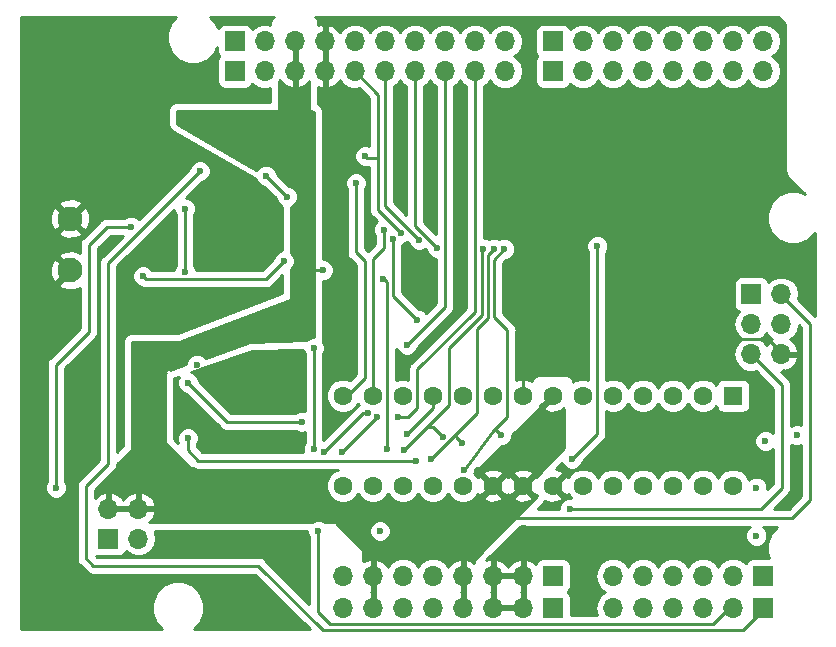
<source format=gbr>
G04 #@! TF.GenerationSoftware,KiCad,Pcbnew,(5.0.1)-4*
G04 #@! TF.CreationDate,2018-11-20T23:07:17-05:00*
G04 #@! TF.ProjectId,Custom Arduino,437573746F6D2041726475696E6F2E6B,rev?*
G04 #@! TF.SameCoordinates,Original*
G04 #@! TF.FileFunction,Copper,L2,Bot,Signal*
G04 #@! TF.FilePolarity,Positive*
%FSLAX46Y46*%
G04 Gerber Fmt 4.6, Leading zero omitted, Abs format (unit mm)*
G04 Created by KiCad (PCBNEW (5.0.1)-4) date 2018-11-20 11:07:17 PM*
%MOMM*%
%LPD*%
G01*
G04 APERTURE LIST*
G04 #@! TA.AperFunction,ComponentPad*
%ADD10R,1.700000X1.700000*%
G04 #@! TD*
G04 #@! TA.AperFunction,ComponentPad*
%ADD11O,1.700000X1.700000*%
G04 #@! TD*
G04 #@! TA.AperFunction,ComponentPad*
%ADD12C,2.100000*%
G04 #@! TD*
G04 #@! TA.AperFunction,ComponentPad*
%ADD13R,1.600000X1.600000*%
G04 #@! TD*
G04 #@! TA.AperFunction,ComponentPad*
%ADD14C,1.600000*%
G04 #@! TD*
G04 #@! TA.AperFunction,ViaPad*
%ADD15C,0.600000*%
G04 #@! TD*
G04 #@! TA.AperFunction,Conductor*
%ADD16C,0.250000*%
G04 #@! TD*
G04 #@! TA.AperFunction,Conductor*
%ADD17C,0.254000*%
G04 #@! TD*
G04 APERTURE END LIST*
D10*
G04 #@! TO.P,J3,1*
G04 #@! TO.N,Vin*
X145720000Y-108060000D03*
D11*
G04 #@! TO.P,J3,2*
G04 #@! TO.N,GND*
X143180000Y-108060000D03*
G04 #@! TO.P,J3,3*
X140640000Y-108060000D03*
G04 #@! TO.P,J3,4*
G04 #@! TO.N,VCC*
X138100000Y-108060000D03*
G04 #@! TO.P,J3,5*
G04 #@! TO.N,3.3V*
X135560000Y-108060000D03*
G04 #@! TO.P,J3,6*
G04 #@! TO.N,DTR*
X133020000Y-108060000D03*
G04 #@! TO.P,J3,7*
G04 #@! TO.N,VCC*
X130480000Y-108060000D03*
G04 #@! TO.P,J3,8*
G04 #@! TO.N,Net-(J3-Pad8)*
X127940000Y-108060000D03*
G04 #@! TD*
D12*
G04 #@! TO.P,J1,SH*
G04 #@! TO.N,GND*
X104840000Y-77800000D03*
X104840000Y-82200000D03*
G04 #@! TD*
D10*
G04 #@! TO.P,J2,1*
G04 #@! TO.N,5V_USB*
X108077000Y-104902000D03*
D11*
G04 #@! TO.P,J2,2*
G04 #@! TO.N,VCC*
X108077000Y-102362000D03*
G04 #@! TO.P,J2,3*
G04 #@! TO.N,5V*
X110617000Y-104902000D03*
G04 #@! TO.P,J2,4*
G04 #@! TO.N,VCC*
X110617000Y-102362000D03*
G04 #@! TD*
D10*
G04 #@! TO.P,J4,1*
G04 #@! TO.N,A5*
X163500000Y-108060000D03*
D11*
G04 #@! TO.P,J4,2*
G04 #@! TO.N,A4*
X160960000Y-108060000D03*
G04 #@! TO.P,J4,3*
G04 #@! TO.N,A3*
X158420000Y-108060000D03*
G04 #@! TO.P,J4,4*
G04 #@! TO.N,A2*
X155880000Y-108060000D03*
G04 #@! TO.P,J4,5*
G04 #@! TO.N,A1*
X153340000Y-108060000D03*
G04 #@! TO.P,J4,6*
G04 #@! TO.N,A0*
X150800000Y-108060000D03*
G04 #@! TD*
D10*
G04 #@! TO.P,J5,1*
G04 #@! TO.N,A5*
X118796000Y-65340000D03*
D11*
G04 #@! TO.P,J5,2*
G04 #@! TO.N,A4*
X121336000Y-65340000D03*
G04 #@! TO.P,J5,3*
G04 #@! TO.N,VCC*
X123876000Y-65340000D03*
G04 #@! TO.P,J5,4*
G04 #@! TO.N,GND*
X126416000Y-65340000D03*
G04 #@! TO.P,J5,5*
G04 #@! TO.N,D13*
X128956000Y-65340000D03*
G04 #@! TO.P,J5,6*
G04 #@! TO.N,D12*
X131496000Y-65340000D03*
G04 #@! TO.P,J5,7*
G04 #@! TO.N,D11*
X134036000Y-65340000D03*
G04 #@! TO.P,J5,8*
G04 #@! TO.N,D10*
X136576000Y-65340000D03*
G04 #@! TO.P,J5,9*
G04 #@! TO.N,D9*
X139116000Y-65340000D03*
G04 #@! TO.P,J5,10*
G04 #@! TO.N,D8*
X141656000Y-65340000D03*
G04 #@! TD*
D10*
G04 #@! TO.P,J6,1*
G04 #@! TO.N,D7*
X145720000Y-65340000D03*
D11*
G04 #@! TO.P,J6,2*
G04 #@! TO.N,D6*
X148260000Y-65340000D03*
G04 #@! TO.P,J6,3*
G04 #@! TO.N,D5*
X150800000Y-65340000D03*
G04 #@! TO.P,J6,4*
G04 #@! TO.N,D4*
X153340000Y-65340000D03*
G04 #@! TO.P,J6,5*
G04 #@! TO.N,D3*
X155880000Y-65340000D03*
G04 #@! TO.P,J6,6*
G04 #@! TO.N,D2*
X158420000Y-65340000D03*
G04 #@! TO.P,J6,7*
G04 #@! TO.N,TX*
X160960000Y-65340000D03*
G04 #@! TO.P,J6,8*
G04 #@! TO.N,RX*
X163500000Y-65340000D03*
G04 #@! TD*
D10*
G04 #@! TO.P,J7,1*
G04 #@! TO.N,Vin*
X145720000Y-110760000D03*
D11*
G04 #@! TO.P,J7,2*
G04 #@! TO.N,GND*
X143180000Y-110760000D03*
G04 #@! TO.P,J7,3*
X140640000Y-110760000D03*
G04 #@! TO.P,J7,4*
G04 #@! TO.N,VCC*
X138100000Y-110760000D03*
G04 #@! TO.P,J7,5*
G04 #@! TO.N,3.3V*
X135560000Y-110760000D03*
G04 #@! TO.P,J7,6*
G04 #@! TO.N,DTR*
X133020000Y-110760000D03*
G04 #@! TO.P,J7,7*
G04 #@! TO.N,VCC*
X130480000Y-110760000D03*
G04 #@! TO.P,J7,8*
G04 #@! TO.N,Net-(J7-Pad8)*
X127940000Y-110760000D03*
G04 #@! TD*
D10*
G04 #@! TO.P,J8,1*
G04 #@! TO.N,A5*
X163500000Y-110760000D03*
D11*
G04 #@! TO.P,J8,2*
G04 #@! TO.N,A4*
X160960000Y-110760000D03*
G04 #@! TO.P,J8,3*
G04 #@! TO.N,A3*
X158420000Y-110760000D03*
G04 #@! TO.P,J8,4*
G04 #@! TO.N,A2*
X155880000Y-110760000D03*
G04 #@! TO.P,J8,5*
G04 #@! TO.N,A1*
X153340000Y-110760000D03*
G04 #@! TO.P,J8,6*
G04 #@! TO.N,A0*
X150800000Y-110760000D03*
G04 #@! TD*
D10*
G04 #@! TO.P,J9,1*
G04 #@! TO.N,A5*
X118796000Y-62800000D03*
D11*
G04 #@! TO.P,J9,2*
G04 #@! TO.N,A4*
X121336000Y-62800000D03*
G04 #@! TO.P,J9,3*
G04 #@! TO.N,VCC*
X123876000Y-62800000D03*
G04 #@! TO.P,J9,4*
G04 #@! TO.N,GND*
X126416000Y-62800000D03*
G04 #@! TO.P,J9,5*
G04 #@! TO.N,D13*
X128956000Y-62800000D03*
G04 #@! TO.P,J9,6*
G04 #@! TO.N,D12*
X131496000Y-62800000D03*
G04 #@! TO.P,J9,7*
G04 #@! TO.N,D11*
X134036000Y-62800000D03*
G04 #@! TO.P,J9,8*
G04 #@! TO.N,D10*
X136576000Y-62800000D03*
G04 #@! TO.P,J9,9*
G04 #@! TO.N,D9*
X139116000Y-62800000D03*
G04 #@! TO.P,J9,10*
G04 #@! TO.N,D8*
X141656000Y-62800000D03*
G04 #@! TD*
D10*
G04 #@! TO.P,J10,1*
G04 #@! TO.N,D7*
X145720000Y-62800000D03*
D11*
G04 #@! TO.P,J10,2*
G04 #@! TO.N,D6*
X148260000Y-62800000D03*
G04 #@! TO.P,J10,3*
G04 #@! TO.N,D5*
X150800000Y-62800000D03*
G04 #@! TO.P,J10,4*
G04 #@! TO.N,D4*
X153340000Y-62800000D03*
G04 #@! TO.P,J10,5*
G04 #@! TO.N,D3*
X155880000Y-62800000D03*
G04 #@! TO.P,J10,6*
G04 #@! TO.N,D2*
X158420000Y-62800000D03*
G04 #@! TO.P,J10,7*
G04 #@! TO.N,TX*
X160960000Y-62800000D03*
G04 #@! TO.P,J10,8*
G04 #@! TO.N,RX*
X163500000Y-62800000D03*
G04 #@! TD*
D10*
G04 #@! TO.P,J11,1*
G04 #@! TO.N,D12*
X162500000Y-84200000D03*
D11*
G04 #@! TO.P,J11,2*
G04 #@! TO.N,VCC*
X165040000Y-84200000D03*
G04 #@! TO.P,J11,3*
G04 #@! TO.N,D13*
X162500000Y-86740000D03*
G04 #@! TO.P,J11,4*
G04 #@! TO.N,D11*
X165040000Y-86740000D03*
G04 #@! TO.P,J11,5*
G04 #@! TO.N,DTR*
X162500000Y-89280000D03*
G04 #@! TO.P,J11,6*
G04 #@! TO.N,GND*
X165040000Y-89280000D03*
G04 #@! TD*
D13*
G04 #@! TO.P,U1,1*
G04 #@! TO.N,Net-(C8-Pad1)*
X160960000Y-92800000D03*
D14*
G04 #@! TO.P,U1,2*
G04 #@! TO.N,RX*
X158420000Y-92800000D03*
G04 #@! TO.P,U1,3*
G04 #@! TO.N,TX*
X155880000Y-92800000D03*
G04 #@! TO.P,U1,4*
G04 #@! TO.N,D2*
X153340000Y-92800000D03*
G04 #@! TO.P,U1,5*
G04 #@! TO.N,D3*
X150800000Y-92800000D03*
G04 #@! TO.P,U1,6*
G04 #@! TO.N,D4*
X148260000Y-92800000D03*
G04 #@! TO.P,U1,7*
G04 #@! TO.N,VCC*
X145720000Y-92800000D03*
G04 #@! TO.P,U1,8*
G04 #@! TO.N,GND*
X143180000Y-92800000D03*
G04 #@! TO.P,U1,9*
G04 #@! TO.N,Net-(C9-Pad2)*
X140640000Y-92800000D03*
G04 #@! TO.P,U1,10*
G04 #@! TO.N,Net-(C10-Pad2)*
X138100000Y-92800000D03*
G04 #@! TO.P,U1,11*
G04 #@! TO.N,D5*
X135560000Y-92800000D03*
G04 #@! TO.P,U1,12*
G04 #@! TO.N,D6*
X133020000Y-92800000D03*
G04 #@! TO.P,U1,13*
G04 #@! TO.N,D7*
X130480000Y-92800000D03*
G04 #@! TO.P,U1,14*
G04 #@! TO.N,D8*
X127940000Y-92800000D03*
G04 #@! TO.P,U1,15*
G04 #@! TO.N,D9*
X127940000Y-100420000D03*
G04 #@! TO.P,U1,16*
G04 #@! TO.N,D10*
X130480000Y-100420000D03*
G04 #@! TO.P,U1,17*
G04 #@! TO.N,D11*
X133020000Y-100420000D03*
G04 #@! TO.P,U1,18*
G04 #@! TO.N,D12*
X135560000Y-100420000D03*
G04 #@! TO.P,U1,19*
G04 #@! TO.N,D13*
X138100000Y-100420000D03*
G04 #@! TO.P,U1,20*
G04 #@! TO.N,VCC*
X140640000Y-100420000D03*
G04 #@! TO.P,U1,21*
X143180000Y-100420000D03*
G04 #@! TO.P,U1,22*
G04 #@! TO.N,GND*
X145720000Y-100420000D03*
G04 #@! TO.P,U1,23*
G04 #@! TO.N,A0*
X148260000Y-100420000D03*
G04 #@! TO.P,U1,24*
G04 #@! TO.N,A1*
X150800000Y-100420000D03*
G04 #@! TO.P,U1,25*
G04 #@! TO.N,A2*
X153340000Y-100420000D03*
G04 #@! TO.P,U1,26*
G04 #@! TO.N,A3*
X155880000Y-100420000D03*
G04 #@! TO.P,U1,27*
G04 #@! TO.N,A4*
X158420000Y-100420000D03*
G04 #@! TO.P,U1,28*
G04 #@! TO.N,A5*
X160960000Y-100420000D03*
G04 #@! TD*
D15*
G04 #@! TO.N,*
X166370000Y-96139000D03*
X163703000Y-96647000D03*
X162941000Y-100584000D03*
X162941000Y-104648000D03*
G04 #@! TO.N,GND*
X116713000Y-79883000D03*
X112776000Y-80264000D03*
X106934000Y-94234000D03*
X124841000Y-105537000D03*
X119761000Y-110236000D03*
X105410000Y-110744000D03*
X105029000Y-106553000D03*
X131064000Y-104267000D03*
X115570000Y-90170000D03*
X115062000Y-93345000D03*
X145669000Y-105410000D03*
X143256000Y-104013000D03*
X149733000Y-98679000D03*
X166116000Y-101092000D03*
X166370000Y-93853000D03*
X162814000Y-81661000D03*
X159004000Y-80645000D03*
X156972000Y-79883000D03*
X154813000Y-79248000D03*
X152908000Y-78740000D03*
X144780000Y-85217000D03*
X142748000Y-82042000D03*
X138303000Y-84582000D03*
X135509000Y-82042000D03*
X143891000Y-75565000D03*
X149606000Y-69469000D03*
X151765000Y-70485000D03*
X137922000Y-69596000D03*
X135255000Y-72263000D03*
X132842000Y-72517000D03*
X118364000Y-84709000D03*
X128270000Y-73152000D03*
X126873000Y-67818000D03*
X123063000Y-90678000D03*
X117856000Y-90551000D03*
X109350000Y-68325000D03*
X117675000Y-60900000D03*
X115575000Y-65575000D03*
G04 #@! TO.N,VCC*
X113538000Y-89662000D03*
X110998000Y-89662000D03*
X124206000Y-78486000D03*
X114300000Y-69088000D03*
X126225000Y-82175000D03*
G04 #@! TO.N,Vin*
X124460000Y-94996000D03*
X114808000Y-91694000D03*
G04 #@! TO.N,3.3V*
X114808000Y-96393000D03*
X134112000Y-98298000D03*
G04 #@! TO.N,DTR*
X147193000Y-102362000D03*
X131318000Y-82931000D03*
X131699000Y-97282000D03*
G04 #@! TO.N,Net-(C8-Pad1)*
X114554000Y-82296000D03*
X114554000Y-76962000D03*
G04 #@! TO.N,Net-(D3-Pad1)*
X110998000Y-82677000D03*
X122936000Y-81407000D03*
G04 #@! TO.N,D13*
X141351000Y-96139000D03*
X129794000Y-72517000D03*
X132842000Y-78994000D03*
X141605000Y-80391000D03*
X138176000Y-99060000D03*
G04 #@! TO.N,Net-(F1-Pad2)*
X103632000Y-100584000D03*
X109982000Y-78486000D03*
G04 #@! TO.N,A5*
X115824000Y-73787000D03*
G04 #@! TO.N,A4*
X121412000Y-74168000D03*
X123190000Y-75946000D03*
X125476000Y-88773000D03*
X125476000Y-97282000D03*
X125857000Y-104267000D03*
G04 #@! TO.N,D12*
X138049000Y-96774000D03*
X134366000Y-79629000D03*
X140716000Y-80391000D03*
X135382000Y-98171000D03*
G04 #@! TO.N,D11*
X136398000Y-96266000D03*
X135890000Y-80264000D03*
X139827000Y-80391000D03*
X133096000Y-97409000D03*
G04 #@! TO.N,D10*
X126365000Y-97536000D03*
X130048000Y-94234000D03*
X133350000Y-88519000D03*
G04 #@! TO.N,D9*
X132588000Y-94615000D03*
X130810000Y-94615000D03*
X127889000Y-97536000D03*
G04 #@! TO.N,D8*
X129032000Y-74803000D03*
G04 #@! TO.N,D7*
X131445000Y-78740000D03*
G04 #@! TO.N,D6*
X134239000Y-86360000D03*
X132207000Y-79502000D03*
G04 #@! TO.N,D5*
X133350000Y-96012000D03*
X149479000Y-80137000D03*
X147320000Y-98171000D03*
G04 #@! TD*
D16*
G04 #@! TO.N,GND*
X165040000Y-89280000D02*
X165040000Y-89094000D01*
X165040000Y-89094000D02*
X163957000Y-88011000D01*
X163957000Y-88011000D02*
X160528000Y-88011000D01*
X160528000Y-88011000D02*
X160147000Y-88011000D01*
X143180000Y-92800000D02*
X143180000Y-91262000D01*
X143180000Y-91262000D02*
X143891000Y-90551000D01*
X122154000Y-79629000D02*
X121775000Y-79250000D01*
X115575000Y-65575000D02*
X115150736Y-65575000D01*
X115125000Y-65549264D02*
X115150736Y-65575000D01*
G04 #@! TO.N,VCC*
X165040000Y-84268000D02*
X167513000Y-86741000D01*
X165989000Y-103124000D02*
X140081000Y-103124000D01*
X167513000Y-101600000D02*
X165989000Y-103124000D01*
X167513000Y-86741000D02*
X167513000Y-101600000D01*
X165040000Y-84200000D02*
X165040000Y-84268000D01*
X126225000Y-82175000D02*
X124825000Y-82175000D01*
G04 #@! TO.N,Vin*
X118110000Y-94996000D02*
X124460000Y-94996000D01*
X114808000Y-91694000D02*
X118110000Y-94996000D01*
G04 #@! TO.N,3.3V*
X114808000Y-97409000D02*
X114808000Y-96393000D01*
X115697000Y-98298000D02*
X114808000Y-97409000D01*
X117856000Y-98298000D02*
X115697000Y-98298000D01*
X119634000Y-98298000D02*
X117856000Y-98298000D01*
X124460000Y-98298000D02*
X119634000Y-98298000D01*
X134112000Y-98298000D02*
X124460000Y-98298000D01*
G04 #@! TO.N,DTR*
X165100000Y-91880000D02*
X162500000Y-89280000D01*
X165100000Y-100584000D02*
X165100000Y-91880000D01*
X163322000Y-102362000D02*
X165100000Y-100584000D01*
X159766000Y-102362000D02*
X163322000Y-102362000D01*
X152654000Y-102362000D02*
X159766000Y-102362000D01*
X150368000Y-102362000D02*
X152654000Y-102362000D01*
X147193000Y-102362000D02*
X150368000Y-102362000D01*
X131445000Y-82931000D02*
X131318000Y-82931000D01*
X131699000Y-83185000D02*
X131445000Y-82931000D01*
X131699000Y-84836000D02*
X131699000Y-83185000D01*
X131699000Y-87757000D02*
X131699000Y-84836000D01*
X131699000Y-97282000D02*
X131699000Y-87757000D01*
G04 #@! TO.N,Net-(C8-Pad1)*
X114554000Y-82296000D02*
X114554000Y-79375000D01*
X114554000Y-79375000D02*
X114554000Y-76962000D01*
G04 #@! TO.N,Net-(D3-Pad1)*
X111252000Y-82931000D02*
X110998000Y-82677000D01*
X121412000Y-82931000D02*
X111252000Y-82931000D01*
X122936000Y-81407000D02*
X121412000Y-82931000D01*
G04 #@! TO.N,D13*
X141351000Y-96139000D02*
X140843000Y-95631000D01*
X162500000Y-86740000D02*
X162559000Y-86740000D01*
X130937000Y-72644000D02*
X129921000Y-72644000D01*
X129921000Y-72644000D02*
X129794000Y-72517000D01*
X130937000Y-67321000D02*
X128956000Y-65340000D01*
X130937000Y-77089000D02*
X130937000Y-72644000D01*
X130937000Y-72644000D02*
X130937000Y-67321000D01*
X132842000Y-78994000D02*
X130937000Y-77089000D01*
X140716000Y-81280000D02*
X141605000Y-80391000D01*
X140716000Y-86106000D02*
X140716000Y-81280000D01*
X141859000Y-87249000D02*
X140716000Y-86106000D01*
X141859000Y-94615000D02*
X141859000Y-87249000D01*
X138176000Y-99060000D02*
X140652500Y-95821500D01*
X140652500Y-95821500D02*
X140843000Y-95631000D01*
X140843000Y-95631000D02*
X141859000Y-94615000D01*
G04 #@! TO.N,Net-(F1-Pad2)*
X103632000Y-90170000D02*
X103632000Y-100584000D01*
X106426000Y-87376000D02*
X103632000Y-90170000D01*
X106426000Y-80010000D02*
X106426000Y-87376000D01*
X107950000Y-78486000D02*
X106426000Y-80010000D01*
X109982000Y-78486000D02*
X107950000Y-78486000D01*
G04 #@! TO.N,A5*
X126238000Y-112649000D02*
X126365000Y-112649000D01*
X161798000Y-112649000D02*
X126365000Y-112649000D01*
X163500000Y-110947000D02*
X161798000Y-112649000D01*
X115824000Y-73787000D02*
X108585000Y-81026000D01*
X108585000Y-81026000D02*
X108077000Y-81534000D01*
X108077000Y-81534000D02*
X108077000Y-98552000D01*
X108077000Y-98552000D02*
X106172000Y-100457000D01*
X106172000Y-100457000D02*
X106172000Y-106553000D01*
X106172000Y-106553000D02*
X106807000Y-107188000D01*
X106807000Y-107188000D02*
X120777000Y-107188000D01*
X120777000Y-107188000D02*
X126238000Y-112649000D01*
X163500000Y-110760000D02*
X163500000Y-110947000D01*
G04 #@! TO.N,A4*
X160960000Y-110760000D02*
X160639000Y-110760000D01*
X160639000Y-110760000D02*
X159258000Y-112141000D01*
X123190000Y-75946000D02*
X121412000Y-74168000D01*
X125476000Y-95123000D02*
X125476000Y-88773000D01*
X125476000Y-97282000D02*
X125476000Y-95123000D01*
X125857000Y-111125000D02*
X125857000Y-104267000D01*
X126873000Y-112141000D02*
X125857000Y-111125000D01*
X159258000Y-112141000D02*
X126873000Y-112141000D01*
G04 #@! TO.N,D12*
X137541000Y-96012000D02*
X137541000Y-96266000D01*
X137541000Y-96266000D02*
X138049000Y-96774000D01*
X131496000Y-76759000D02*
X131496000Y-65340000D01*
X134366000Y-79629000D02*
X131496000Y-76759000D01*
X140208000Y-80899000D02*
X140716000Y-80391000D01*
X140208000Y-86233000D02*
X140208000Y-80899000D01*
X139319000Y-87122000D02*
X140208000Y-86233000D01*
X139319000Y-94234000D02*
X139319000Y-87122000D01*
X135382000Y-98171000D02*
X137541000Y-96012000D01*
X137541000Y-96012000D02*
X139319000Y-94234000D01*
G04 #@! TO.N,D11*
X135572500Y-95440500D02*
X135064500Y-95440500D01*
X136398000Y-96266000D02*
X135572500Y-95440500D01*
X134036000Y-78410000D02*
X134036000Y-65340000D01*
X135890000Y-80264000D02*
X134036000Y-78410000D01*
X139700000Y-80518000D02*
X139827000Y-80391000D01*
X139700000Y-85979000D02*
X139700000Y-80518000D01*
X136906000Y-88773000D02*
X139700000Y-85979000D01*
X136906000Y-93599000D02*
X136906000Y-88773000D01*
X133096000Y-97409000D02*
X134683500Y-95821500D01*
X134683500Y-95821500D02*
X135064500Y-95440500D01*
X135064500Y-95440500D02*
X136906000Y-93599000D01*
G04 #@! TO.N,D10*
X126365000Y-97536000D02*
X129667000Y-94234000D01*
X129667000Y-94234000D02*
X130048000Y-94234000D01*
X133350000Y-88519000D02*
X136576000Y-85293000D01*
X136576000Y-85293000D02*
X136576000Y-65340000D01*
G04 #@! TO.N,D9*
X139116000Y-85674000D02*
X139116000Y-65340000D01*
X134239000Y-90551000D02*
X139116000Y-85674000D01*
X134239000Y-93853000D02*
X134239000Y-90551000D01*
X133477000Y-94615000D02*
X134239000Y-93853000D01*
X132588000Y-94615000D02*
X133477000Y-94615000D01*
X127889000Y-97536000D02*
X130810000Y-94615000D01*
G04 #@! TO.N,D8*
X127940000Y-92800000D02*
X128307000Y-92800000D01*
X128307000Y-92800000D02*
X129794000Y-91313000D01*
X129794000Y-91313000D02*
X129794000Y-81407000D01*
X129794000Y-81407000D02*
X129032000Y-80645000D01*
X129032000Y-80645000D02*
X129032000Y-74803000D01*
G04 #@! TO.N,D7*
X130480000Y-92800000D02*
X130480000Y-81229000D01*
X131445000Y-80264000D02*
X131445000Y-78740000D01*
X130480000Y-81229000D02*
X131445000Y-80264000D01*
G04 #@! TO.N,D6*
X132207000Y-84328000D02*
X132207000Y-79502000D01*
X134239000Y-86360000D02*
X132207000Y-84328000D01*
G04 #@! TO.N,D5*
X135560000Y-92800000D02*
X135560000Y-93802000D01*
X135560000Y-93802000D02*
X133350000Y-96012000D01*
X149479000Y-96012000D02*
X149479000Y-80137000D01*
X147320000Y-98171000D02*
X149479000Y-96012000D01*
G04 #@! TD*
D17*
G04 #@! TO.N,GND*
G36*
X113345259Y-61183974D02*
X113005000Y-62005431D01*
X113005000Y-62894569D01*
X113345259Y-63716026D01*
X113973974Y-64344741D01*
X114795431Y-64685000D01*
X115684569Y-64685000D01*
X116506026Y-64344741D01*
X117134741Y-63716026D01*
X117298560Y-63320532D01*
X117298560Y-63650000D01*
X117347843Y-63897765D01*
X117462928Y-64070000D01*
X117347843Y-64242235D01*
X117298560Y-64490000D01*
X117298560Y-66190000D01*
X117347843Y-66437765D01*
X117488191Y-66647809D01*
X117698235Y-66788157D01*
X117946000Y-66837440D01*
X119646000Y-66837440D01*
X119893765Y-66788157D01*
X120103809Y-66647809D01*
X120244157Y-66437765D01*
X120253184Y-66392381D01*
X120265375Y-66410625D01*
X120756582Y-66738839D01*
X121189744Y-66825000D01*
X121482256Y-66825000D01*
X121793000Y-66763189D01*
X121793000Y-67945000D01*
X113792000Y-67945000D01*
X113548996Y-67993336D01*
X113342987Y-68130987D01*
X113205336Y-68336996D01*
X113157000Y-68580000D01*
X113157000Y-69850000D01*
X113178441Y-70013616D01*
X113287758Y-70235960D01*
X113473842Y-70399546D01*
X120531500Y-74485559D01*
X120619345Y-74697635D01*
X120882365Y-74960655D01*
X121226017Y-75103000D01*
X121272199Y-75103000D01*
X122255000Y-76085802D01*
X122255000Y-76131983D01*
X122397345Y-76475635D01*
X122660365Y-76738655D01*
X122809000Y-76800221D01*
X122809000Y-80472000D01*
X122750017Y-80472000D01*
X122406365Y-80614345D01*
X122143345Y-80877365D01*
X122001000Y-81221017D01*
X122001000Y-81267198D01*
X121097199Y-82171000D01*
X115489000Y-82171000D01*
X115489000Y-82110017D01*
X115346655Y-81766365D01*
X115314000Y-81733710D01*
X115314000Y-77524290D01*
X115346655Y-77491635D01*
X115489000Y-77147983D01*
X115489000Y-76776017D01*
X115346655Y-76432365D01*
X115083635Y-76169345D01*
X114739983Y-76027000D01*
X114658802Y-76027000D01*
X115963802Y-74722000D01*
X116009983Y-74722000D01*
X116353635Y-74579655D01*
X116616655Y-74316635D01*
X116759000Y-73972983D01*
X116759000Y-73601017D01*
X116616655Y-73257365D01*
X116353635Y-72994345D01*
X116009983Y-72852000D01*
X115638017Y-72852000D01*
X115294365Y-72994345D01*
X115031345Y-73257365D01*
X114889000Y-73601017D01*
X114889000Y-73647198D01*
X110677244Y-77858954D01*
X110511635Y-77693345D01*
X110167983Y-77551000D01*
X109796017Y-77551000D01*
X109452365Y-77693345D01*
X109419710Y-77726000D01*
X108024846Y-77726000D01*
X107949999Y-77711112D01*
X107875152Y-77726000D01*
X107875148Y-77726000D01*
X107653463Y-77770096D01*
X107653461Y-77770097D01*
X107653462Y-77770097D01*
X107465526Y-77895671D01*
X107465524Y-77895673D01*
X107402071Y-77938071D01*
X107359673Y-78001524D01*
X105941530Y-79419669D01*
X105878071Y-79462071D01*
X105710096Y-79713464D01*
X105666000Y-79935149D01*
X105666000Y-79935153D01*
X105651112Y-80010000D01*
X105666000Y-80084847D01*
X105666000Y-80709958D01*
X105116474Y-80504381D01*
X104446544Y-80527651D01*
X103935687Y-80739255D01*
X103830902Y-81011297D01*
X104840000Y-82020395D01*
X104854143Y-82006253D01*
X105033748Y-82185858D01*
X105019605Y-82200000D01*
X105033748Y-82214143D01*
X104854143Y-82393748D01*
X104840000Y-82379605D01*
X103830902Y-83388703D01*
X103935687Y-83660745D01*
X104563526Y-83895619D01*
X105233456Y-83872349D01*
X105666001Y-83693183D01*
X105666001Y-87061197D01*
X103147530Y-89579669D01*
X103084071Y-89622071D01*
X102916096Y-89873464D01*
X102872000Y-90095149D01*
X102872000Y-90095153D01*
X102857112Y-90170000D01*
X102872000Y-90244847D01*
X102872001Y-100021709D01*
X102839345Y-100054365D01*
X102697000Y-100398017D01*
X102697000Y-100769983D01*
X102839345Y-101113635D01*
X103102365Y-101376655D01*
X103446017Y-101519000D01*
X103817983Y-101519000D01*
X104161635Y-101376655D01*
X104424655Y-101113635D01*
X104567000Y-100769983D01*
X104567000Y-100398017D01*
X104424655Y-100054365D01*
X104392000Y-100021710D01*
X104392000Y-90484801D01*
X106910473Y-87966329D01*
X106973929Y-87923929D01*
X107035454Y-87831851D01*
X107141904Y-87672538D01*
X107167166Y-87545537D01*
X107186000Y-87450852D01*
X107186000Y-87450848D01*
X107200888Y-87376000D01*
X107186000Y-87301152D01*
X107186000Y-80324801D01*
X108264803Y-79246000D01*
X109290199Y-79246000D01*
X108100532Y-80435667D01*
X108100526Y-80435671D01*
X107592529Y-80943670D01*
X107529071Y-80986071D01*
X107361096Y-81237464D01*
X107317000Y-81459149D01*
X107317000Y-81459153D01*
X107302112Y-81534000D01*
X107317000Y-81608847D01*
X107317001Y-98237197D01*
X105687530Y-99866669D01*
X105624071Y-99909071D01*
X105456096Y-100160464D01*
X105412000Y-100382149D01*
X105412000Y-100382153D01*
X105397112Y-100457000D01*
X105412000Y-100531847D01*
X105412001Y-106478148D01*
X105397112Y-106553000D01*
X105456097Y-106849537D01*
X105531400Y-106962235D01*
X105624072Y-107100929D01*
X105687528Y-107143329D01*
X106216670Y-107672472D01*
X106259071Y-107735929D01*
X106510463Y-107903904D01*
X106732148Y-107948000D01*
X106732152Y-107948000D01*
X106807000Y-107962888D01*
X106881848Y-107948000D01*
X120462199Y-107948000D01*
X125104198Y-112590000D01*
X115300767Y-112590000D01*
X115864741Y-112026026D01*
X116205000Y-111204569D01*
X116205000Y-110315431D01*
X115864741Y-109493974D01*
X115236026Y-108865259D01*
X114414569Y-108525000D01*
X113525431Y-108525000D01*
X112703974Y-108865259D01*
X112075259Y-109493974D01*
X111735000Y-110315431D01*
X111735000Y-111204569D01*
X112075259Y-112026026D01*
X112639233Y-112590000D01*
X100710000Y-112590000D01*
X100710000Y-81923526D01*
X103144381Y-81923526D01*
X103167651Y-82593456D01*
X103379255Y-83104313D01*
X103651297Y-83209098D01*
X104660395Y-82200000D01*
X103651297Y-81190902D01*
X103379255Y-81295687D01*
X103144381Y-81923526D01*
X100710000Y-81923526D01*
X100710000Y-78988703D01*
X103830902Y-78988703D01*
X103935687Y-79260745D01*
X104563526Y-79495619D01*
X105233456Y-79472349D01*
X105744313Y-79260745D01*
X105849098Y-78988703D01*
X104840000Y-77979605D01*
X103830902Y-78988703D01*
X100710000Y-78988703D01*
X100710000Y-77523526D01*
X103144381Y-77523526D01*
X103167651Y-78193456D01*
X103379255Y-78704313D01*
X103651297Y-78809098D01*
X104660395Y-77800000D01*
X105019605Y-77800000D01*
X106028703Y-78809098D01*
X106300745Y-78704313D01*
X106535619Y-78076474D01*
X106512349Y-77406544D01*
X106300745Y-76895687D01*
X106028703Y-76790902D01*
X105019605Y-77800000D01*
X104660395Y-77800000D01*
X103651297Y-76790902D01*
X103379255Y-76895687D01*
X103144381Y-77523526D01*
X100710000Y-77523526D01*
X100710000Y-76611297D01*
X103830902Y-76611297D01*
X104840000Y-77620395D01*
X105849098Y-76611297D01*
X105744313Y-76339255D01*
X105116474Y-76104381D01*
X104446544Y-76127651D01*
X103935687Y-76339255D01*
X103830902Y-76611297D01*
X100710000Y-76611297D01*
X100710000Y-60710000D01*
X113819233Y-60710000D01*
X113345259Y-61183974D01*
X113345259Y-61183974D01*
G37*
X113345259Y-61183974D02*
X113005000Y-62005431D01*
X113005000Y-62894569D01*
X113345259Y-63716026D01*
X113973974Y-64344741D01*
X114795431Y-64685000D01*
X115684569Y-64685000D01*
X116506026Y-64344741D01*
X117134741Y-63716026D01*
X117298560Y-63320532D01*
X117298560Y-63650000D01*
X117347843Y-63897765D01*
X117462928Y-64070000D01*
X117347843Y-64242235D01*
X117298560Y-64490000D01*
X117298560Y-66190000D01*
X117347843Y-66437765D01*
X117488191Y-66647809D01*
X117698235Y-66788157D01*
X117946000Y-66837440D01*
X119646000Y-66837440D01*
X119893765Y-66788157D01*
X120103809Y-66647809D01*
X120244157Y-66437765D01*
X120253184Y-66392381D01*
X120265375Y-66410625D01*
X120756582Y-66738839D01*
X121189744Y-66825000D01*
X121482256Y-66825000D01*
X121793000Y-66763189D01*
X121793000Y-67945000D01*
X113792000Y-67945000D01*
X113548996Y-67993336D01*
X113342987Y-68130987D01*
X113205336Y-68336996D01*
X113157000Y-68580000D01*
X113157000Y-69850000D01*
X113178441Y-70013616D01*
X113287758Y-70235960D01*
X113473842Y-70399546D01*
X120531500Y-74485559D01*
X120619345Y-74697635D01*
X120882365Y-74960655D01*
X121226017Y-75103000D01*
X121272199Y-75103000D01*
X122255000Y-76085802D01*
X122255000Y-76131983D01*
X122397345Y-76475635D01*
X122660365Y-76738655D01*
X122809000Y-76800221D01*
X122809000Y-80472000D01*
X122750017Y-80472000D01*
X122406365Y-80614345D01*
X122143345Y-80877365D01*
X122001000Y-81221017D01*
X122001000Y-81267198D01*
X121097199Y-82171000D01*
X115489000Y-82171000D01*
X115489000Y-82110017D01*
X115346655Y-81766365D01*
X115314000Y-81733710D01*
X115314000Y-77524290D01*
X115346655Y-77491635D01*
X115489000Y-77147983D01*
X115489000Y-76776017D01*
X115346655Y-76432365D01*
X115083635Y-76169345D01*
X114739983Y-76027000D01*
X114658802Y-76027000D01*
X115963802Y-74722000D01*
X116009983Y-74722000D01*
X116353635Y-74579655D01*
X116616655Y-74316635D01*
X116759000Y-73972983D01*
X116759000Y-73601017D01*
X116616655Y-73257365D01*
X116353635Y-72994345D01*
X116009983Y-72852000D01*
X115638017Y-72852000D01*
X115294365Y-72994345D01*
X115031345Y-73257365D01*
X114889000Y-73601017D01*
X114889000Y-73647198D01*
X110677244Y-77858954D01*
X110511635Y-77693345D01*
X110167983Y-77551000D01*
X109796017Y-77551000D01*
X109452365Y-77693345D01*
X109419710Y-77726000D01*
X108024846Y-77726000D01*
X107949999Y-77711112D01*
X107875152Y-77726000D01*
X107875148Y-77726000D01*
X107653463Y-77770096D01*
X107653461Y-77770097D01*
X107653462Y-77770097D01*
X107465526Y-77895671D01*
X107465524Y-77895673D01*
X107402071Y-77938071D01*
X107359673Y-78001524D01*
X105941530Y-79419669D01*
X105878071Y-79462071D01*
X105710096Y-79713464D01*
X105666000Y-79935149D01*
X105666000Y-79935153D01*
X105651112Y-80010000D01*
X105666000Y-80084847D01*
X105666000Y-80709958D01*
X105116474Y-80504381D01*
X104446544Y-80527651D01*
X103935687Y-80739255D01*
X103830902Y-81011297D01*
X104840000Y-82020395D01*
X104854143Y-82006253D01*
X105033748Y-82185858D01*
X105019605Y-82200000D01*
X105033748Y-82214143D01*
X104854143Y-82393748D01*
X104840000Y-82379605D01*
X103830902Y-83388703D01*
X103935687Y-83660745D01*
X104563526Y-83895619D01*
X105233456Y-83872349D01*
X105666001Y-83693183D01*
X105666001Y-87061197D01*
X103147530Y-89579669D01*
X103084071Y-89622071D01*
X102916096Y-89873464D01*
X102872000Y-90095149D01*
X102872000Y-90095153D01*
X102857112Y-90170000D01*
X102872000Y-90244847D01*
X102872001Y-100021709D01*
X102839345Y-100054365D01*
X102697000Y-100398017D01*
X102697000Y-100769983D01*
X102839345Y-101113635D01*
X103102365Y-101376655D01*
X103446017Y-101519000D01*
X103817983Y-101519000D01*
X104161635Y-101376655D01*
X104424655Y-101113635D01*
X104567000Y-100769983D01*
X104567000Y-100398017D01*
X104424655Y-100054365D01*
X104392000Y-100021710D01*
X104392000Y-90484801D01*
X106910473Y-87966329D01*
X106973929Y-87923929D01*
X107035454Y-87831851D01*
X107141904Y-87672538D01*
X107167166Y-87545537D01*
X107186000Y-87450852D01*
X107186000Y-87450848D01*
X107200888Y-87376000D01*
X107186000Y-87301152D01*
X107186000Y-80324801D01*
X108264803Y-79246000D01*
X109290199Y-79246000D01*
X108100532Y-80435667D01*
X108100526Y-80435671D01*
X107592529Y-80943670D01*
X107529071Y-80986071D01*
X107361096Y-81237464D01*
X107317000Y-81459149D01*
X107317000Y-81459153D01*
X107302112Y-81534000D01*
X107317000Y-81608847D01*
X107317001Y-98237197D01*
X105687530Y-99866669D01*
X105624071Y-99909071D01*
X105456096Y-100160464D01*
X105412000Y-100382149D01*
X105412000Y-100382153D01*
X105397112Y-100457000D01*
X105412000Y-100531847D01*
X105412001Y-106478148D01*
X105397112Y-106553000D01*
X105456097Y-106849537D01*
X105531400Y-106962235D01*
X105624072Y-107100929D01*
X105687528Y-107143329D01*
X106216670Y-107672472D01*
X106259071Y-107735929D01*
X106510463Y-107903904D01*
X106732148Y-107948000D01*
X106732152Y-107948000D01*
X106807000Y-107962888D01*
X106881848Y-107948000D01*
X120462199Y-107948000D01*
X125104198Y-112590000D01*
X115300767Y-112590000D01*
X115864741Y-112026026D01*
X116205000Y-111204569D01*
X116205000Y-110315431D01*
X115864741Y-109493974D01*
X115236026Y-108865259D01*
X114414569Y-108525000D01*
X113525431Y-108525000D01*
X112703974Y-108865259D01*
X112075259Y-109493974D01*
X111735000Y-110315431D01*
X111735000Y-111204569D01*
X112075259Y-112026026D01*
X112639233Y-112590000D01*
X100710000Y-112590000D01*
X100710000Y-81923526D01*
X103144381Y-81923526D01*
X103167651Y-82593456D01*
X103379255Y-83104313D01*
X103651297Y-83209098D01*
X104660395Y-82200000D01*
X103651297Y-81190902D01*
X103379255Y-81295687D01*
X103144381Y-81923526D01*
X100710000Y-81923526D01*
X100710000Y-78988703D01*
X103830902Y-78988703D01*
X103935687Y-79260745D01*
X104563526Y-79495619D01*
X105233456Y-79472349D01*
X105744313Y-79260745D01*
X105849098Y-78988703D01*
X104840000Y-77979605D01*
X103830902Y-78988703D01*
X100710000Y-78988703D01*
X100710000Y-77523526D01*
X103144381Y-77523526D01*
X103167651Y-78193456D01*
X103379255Y-78704313D01*
X103651297Y-78809098D01*
X104660395Y-77800000D01*
X105019605Y-77800000D01*
X106028703Y-78809098D01*
X106300745Y-78704313D01*
X106535619Y-78076474D01*
X106512349Y-77406544D01*
X106300745Y-76895687D01*
X106028703Y-76790902D01*
X105019605Y-77800000D01*
X104660395Y-77800000D01*
X103651297Y-76790902D01*
X103379255Y-76895687D01*
X103144381Y-77523526D01*
X100710000Y-77523526D01*
X100710000Y-76611297D01*
X103830902Y-76611297D01*
X104840000Y-77620395D01*
X105849098Y-76611297D01*
X105744313Y-76339255D01*
X105116474Y-76104381D01*
X104446544Y-76127651D01*
X103935687Y-76339255D01*
X103830902Y-76611297D01*
X100710000Y-76611297D01*
X100710000Y-60710000D01*
X113819233Y-60710000D01*
X113345259Y-61183974D01*
G36*
X162148345Y-104118365D02*
X162006000Y-104462017D01*
X162006000Y-104833983D01*
X162148345Y-105177635D01*
X162411365Y-105440655D01*
X162755017Y-105583000D01*
X163126983Y-105583000D01*
X163470635Y-105440655D01*
X163733655Y-105177635D01*
X163876000Y-104833983D01*
X163876000Y-104462017D01*
X163733655Y-104118365D01*
X163499290Y-103884000D01*
X164675233Y-103884000D01*
X164145259Y-104413974D01*
X163805000Y-105235431D01*
X163805000Y-106124569D01*
X163986422Y-106562560D01*
X162650000Y-106562560D01*
X162402235Y-106611843D01*
X162192191Y-106752191D01*
X162051843Y-106962235D01*
X162042816Y-107007619D01*
X162030625Y-106989375D01*
X161539418Y-106661161D01*
X161106256Y-106575000D01*
X160813744Y-106575000D01*
X160380582Y-106661161D01*
X159889375Y-106989375D01*
X159690000Y-107287761D01*
X159490625Y-106989375D01*
X158999418Y-106661161D01*
X158566256Y-106575000D01*
X158273744Y-106575000D01*
X157840582Y-106661161D01*
X157349375Y-106989375D01*
X157150000Y-107287761D01*
X156950625Y-106989375D01*
X156459418Y-106661161D01*
X156026256Y-106575000D01*
X155733744Y-106575000D01*
X155300582Y-106661161D01*
X154809375Y-106989375D01*
X154610000Y-107287761D01*
X154410625Y-106989375D01*
X153919418Y-106661161D01*
X153486256Y-106575000D01*
X153193744Y-106575000D01*
X152760582Y-106661161D01*
X152269375Y-106989375D01*
X152070000Y-107287761D01*
X151870625Y-106989375D01*
X151379418Y-106661161D01*
X150946256Y-106575000D01*
X150653744Y-106575000D01*
X150220582Y-106661161D01*
X149729375Y-106989375D01*
X149401161Y-107480582D01*
X149285908Y-108060000D01*
X149401161Y-108639418D01*
X149729375Y-109130625D01*
X150147489Y-109410000D01*
X149729375Y-109689375D01*
X149401161Y-110180582D01*
X149285908Y-110760000D01*
X149401161Y-111339418D01*
X149428945Y-111381000D01*
X147217440Y-111381000D01*
X147217440Y-109910000D01*
X147168157Y-109662235D01*
X147027809Y-109452191D01*
X146964666Y-109410000D01*
X147027809Y-109367809D01*
X147168157Y-109157765D01*
X147217440Y-108910000D01*
X147217440Y-107210000D01*
X147168157Y-106962235D01*
X147027809Y-106752191D01*
X146817765Y-106611843D01*
X146570000Y-106562560D01*
X144870000Y-106562560D01*
X144622235Y-106611843D01*
X144412191Y-106752191D01*
X144271843Y-106962235D01*
X144251261Y-107065708D01*
X143946924Y-106788355D01*
X143536890Y-106618524D01*
X143307000Y-106739845D01*
X143307000Y-107933000D01*
X143327000Y-107933000D01*
X143327000Y-108187000D01*
X143307000Y-108187000D01*
X143307000Y-109380155D01*
X143363553Y-109410000D01*
X143307000Y-109439845D01*
X143307000Y-110633000D01*
X143327000Y-110633000D01*
X143327000Y-110887000D01*
X143307000Y-110887000D01*
X143307000Y-110907000D01*
X143053000Y-110907000D01*
X143053000Y-110887000D01*
X140767000Y-110887000D01*
X140767000Y-110907000D01*
X140513000Y-110907000D01*
X140513000Y-110887000D01*
X140493000Y-110887000D01*
X140493000Y-110633000D01*
X140513000Y-110633000D01*
X140513000Y-109439845D01*
X140456447Y-109410000D01*
X140513000Y-109380155D01*
X140513000Y-108187000D01*
X140767000Y-108187000D01*
X140767000Y-109380155D01*
X140823553Y-109410000D01*
X140767000Y-109439845D01*
X140767000Y-110633000D01*
X143053000Y-110633000D01*
X143053000Y-109439845D01*
X142996447Y-109410000D01*
X143053000Y-109380155D01*
X143053000Y-108187000D01*
X140767000Y-108187000D01*
X140513000Y-108187000D01*
X140493000Y-108187000D01*
X140493000Y-107933000D01*
X140513000Y-107933000D01*
X140513000Y-106739845D01*
X140767000Y-106739845D01*
X140767000Y-107933000D01*
X143053000Y-107933000D01*
X143053000Y-106739845D01*
X142823110Y-106618524D01*
X142413076Y-106788355D01*
X141984817Y-107178642D01*
X141910000Y-107337954D01*
X141835183Y-107178642D01*
X141406924Y-106788355D01*
X140996890Y-106618524D01*
X140767000Y-106739845D01*
X140513000Y-106739845D01*
X140283110Y-106618524D01*
X140058451Y-106711575D01*
X142886026Y-103884000D01*
X162382710Y-103884000D01*
X162148345Y-104118365D01*
X162148345Y-104118365D01*
G37*
X162148345Y-104118365D02*
X162006000Y-104462017D01*
X162006000Y-104833983D01*
X162148345Y-105177635D01*
X162411365Y-105440655D01*
X162755017Y-105583000D01*
X163126983Y-105583000D01*
X163470635Y-105440655D01*
X163733655Y-105177635D01*
X163876000Y-104833983D01*
X163876000Y-104462017D01*
X163733655Y-104118365D01*
X163499290Y-103884000D01*
X164675233Y-103884000D01*
X164145259Y-104413974D01*
X163805000Y-105235431D01*
X163805000Y-106124569D01*
X163986422Y-106562560D01*
X162650000Y-106562560D01*
X162402235Y-106611843D01*
X162192191Y-106752191D01*
X162051843Y-106962235D01*
X162042816Y-107007619D01*
X162030625Y-106989375D01*
X161539418Y-106661161D01*
X161106256Y-106575000D01*
X160813744Y-106575000D01*
X160380582Y-106661161D01*
X159889375Y-106989375D01*
X159690000Y-107287761D01*
X159490625Y-106989375D01*
X158999418Y-106661161D01*
X158566256Y-106575000D01*
X158273744Y-106575000D01*
X157840582Y-106661161D01*
X157349375Y-106989375D01*
X157150000Y-107287761D01*
X156950625Y-106989375D01*
X156459418Y-106661161D01*
X156026256Y-106575000D01*
X155733744Y-106575000D01*
X155300582Y-106661161D01*
X154809375Y-106989375D01*
X154610000Y-107287761D01*
X154410625Y-106989375D01*
X153919418Y-106661161D01*
X153486256Y-106575000D01*
X153193744Y-106575000D01*
X152760582Y-106661161D01*
X152269375Y-106989375D01*
X152070000Y-107287761D01*
X151870625Y-106989375D01*
X151379418Y-106661161D01*
X150946256Y-106575000D01*
X150653744Y-106575000D01*
X150220582Y-106661161D01*
X149729375Y-106989375D01*
X149401161Y-107480582D01*
X149285908Y-108060000D01*
X149401161Y-108639418D01*
X149729375Y-109130625D01*
X150147489Y-109410000D01*
X149729375Y-109689375D01*
X149401161Y-110180582D01*
X149285908Y-110760000D01*
X149401161Y-111339418D01*
X149428945Y-111381000D01*
X147217440Y-111381000D01*
X147217440Y-109910000D01*
X147168157Y-109662235D01*
X147027809Y-109452191D01*
X146964666Y-109410000D01*
X147027809Y-109367809D01*
X147168157Y-109157765D01*
X147217440Y-108910000D01*
X147217440Y-107210000D01*
X147168157Y-106962235D01*
X147027809Y-106752191D01*
X146817765Y-106611843D01*
X146570000Y-106562560D01*
X144870000Y-106562560D01*
X144622235Y-106611843D01*
X144412191Y-106752191D01*
X144271843Y-106962235D01*
X144251261Y-107065708D01*
X143946924Y-106788355D01*
X143536890Y-106618524D01*
X143307000Y-106739845D01*
X143307000Y-107933000D01*
X143327000Y-107933000D01*
X143327000Y-108187000D01*
X143307000Y-108187000D01*
X143307000Y-109380155D01*
X143363553Y-109410000D01*
X143307000Y-109439845D01*
X143307000Y-110633000D01*
X143327000Y-110633000D01*
X143327000Y-110887000D01*
X143307000Y-110887000D01*
X143307000Y-110907000D01*
X143053000Y-110907000D01*
X143053000Y-110887000D01*
X140767000Y-110887000D01*
X140767000Y-110907000D01*
X140513000Y-110907000D01*
X140513000Y-110887000D01*
X140493000Y-110887000D01*
X140493000Y-110633000D01*
X140513000Y-110633000D01*
X140513000Y-109439845D01*
X140456447Y-109410000D01*
X140513000Y-109380155D01*
X140513000Y-108187000D01*
X140767000Y-108187000D01*
X140767000Y-109380155D01*
X140823553Y-109410000D01*
X140767000Y-109439845D01*
X140767000Y-110633000D01*
X143053000Y-110633000D01*
X143053000Y-109439845D01*
X142996447Y-109410000D01*
X143053000Y-109380155D01*
X143053000Y-108187000D01*
X140767000Y-108187000D01*
X140513000Y-108187000D01*
X140493000Y-108187000D01*
X140493000Y-107933000D01*
X140513000Y-107933000D01*
X140513000Y-106739845D01*
X140767000Y-106739845D01*
X140767000Y-107933000D01*
X143053000Y-107933000D01*
X143053000Y-106739845D01*
X142823110Y-106618524D01*
X142413076Y-106788355D01*
X141984817Y-107178642D01*
X141910000Y-107337954D01*
X141835183Y-107178642D01*
X141406924Y-106788355D01*
X140996890Y-106618524D01*
X140767000Y-106739845D01*
X140513000Y-106739845D01*
X140283110Y-106618524D01*
X140058451Y-106711575D01*
X142886026Y-103884000D01*
X162382710Y-103884000D01*
X162148345Y-104118365D01*
G36*
X124922000Y-104452983D02*
X125064345Y-104796635D01*
X125097001Y-104829291D01*
X125097000Y-110433198D01*
X121367331Y-106703530D01*
X121324929Y-106640071D01*
X121073537Y-106472096D01*
X120851852Y-106428000D01*
X120851847Y-106428000D01*
X120777000Y-106413112D01*
X120702153Y-106428000D01*
X107121802Y-106428000D01*
X107060029Y-106366228D01*
X107227000Y-106399440D01*
X108927000Y-106399440D01*
X109174765Y-106350157D01*
X109384809Y-106209809D01*
X109525157Y-105999765D01*
X109534184Y-105954381D01*
X109546375Y-105972625D01*
X110037582Y-106300839D01*
X110470744Y-106387000D01*
X110763256Y-106387000D01*
X111196418Y-106300839D01*
X111687625Y-105972625D01*
X112015839Y-105481418D01*
X112131092Y-104902000D01*
X112015839Y-104322582D01*
X111978700Y-104267000D01*
X124922000Y-104267000D01*
X124922000Y-104452983D01*
X124922000Y-104452983D01*
G37*
X124922000Y-104452983D02*
X125064345Y-104796635D01*
X125097001Y-104829291D01*
X125097000Y-110433198D01*
X121367331Y-106703530D01*
X121324929Y-106640071D01*
X121073537Y-106472096D01*
X120851852Y-106428000D01*
X120851847Y-106428000D01*
X120777000Y-106413112D01*
X120702153Y-106428000D01*
X107121802Y-106428000D01*
X107060029Y-106366228D01*
X107227000Y-106399440D01*
X108927000Y-106399440D01*
X109174765Y-106350157D01*
X109384809Y-106209809D01*
X109525157Y-105999765D01*
X109534184Y-105954381D01*
X109546375Y-105972625D01*
X110037582Y-106300839D01*
X110470744Y-106387000D01*
X110763256Y-106387000D01*
X111196418Y-106300839D01*
X111687625Y-105972625D01*
X112015839Y-105481418D01*
X112131092Y-104902000D01*
X112015839Y-104322582D01*
X111978700Y-104267000D01*
X124922000Y-104267000D01*
X124922000Y-104452983D01*
G36*
X166184017Y-97074000D02*
X166555983Y-97074000D01*
X166753001Y-96992393D01*
X166753001Y-101285196D01*
X165674199Y-102364000D01*
X164394801Y-102364000D01*
X165584473Y-101174329D01*
X165647929Y-101131929D01*
X165704457Y-101047329D01*
X165815904Y-100880538D01*
X165837204Y-100773454D01*
X165860000Y-100658852D01*
X165860000Y-100658848D01*
X165874888Y-100584000D01*
X165860000Y-100509152D01*
X165860000Y-96939788D01*
X166184017Y-97074000D01*
X166184017Y-97074000D01*
G37*
X166184017Y-97074000D02*
X166555983Y-97074000D01*
X166753001Y-96992393D01*
X166753001Y-101285196D01*
X165674199Y-102364000D01*
X164394801Y-102364000D01*
X165584473Y-101174329D01*
X165647929Y-101131929D01*
X165704457Y-101047329D01*
X165815904Y-100880538D01*
X165837204Y-100773454D01*
X165860000Y-100658852D01*
X165860000Y-100658848D01*
X165874888Y-100584000D01*
X165860000Y-100509152D01*
X165860000Y-96939788D01*
X166184017Y-97074000D01*
G36*
X165390000Y-61294092D02*
X165390001Y-73730071D01*
X165376091Y-73800000D01*
X165410500Y-73972983D01*
X165431196Y-74077028D01*
X165588120Y-74311881D01*
X165647402Y-74351492D01*
X167024595Y-75728686D01*
X166484569Y-75505000D01*
X165595431Y-75505000D01*
X164773974Y-75845259D01*
X164145259Y-76473974D01*
X163805000Y-77295431D01*
X163805000Y-78184569D01*
X164145259Y-79006026D01*
X164773974Y-79634741D01*
X165595431Y-79975000D01*
X166484569Y-79975000D01*
X167306026Y-79634741D01*
X167890001Y-79050766D01*
X167890001Y-86043199D01*
X166469927Y-84623126D01*
X166554092Y-84200000D01*
X166438839Y-83620582D01*
X166110625Y-83129375D01*
X165619418Y-82801161D01*
X165186256Y-82715000D01*
X164893744Y-82715000D01*
X164460582Y-82801161D01*
X163969375Y-83129375D01*
X163957184Y-83147619D01*
X163948157Y-83102235D01*
X163807809Y-82892191D01*
X163597765Y-82751843D01*
X163350000Y-82702560D01*
X161650000Y-82702560D01*
X161402235Y-82751843D01*
X161192191Y-82892191D01*
X161051843Y-83102235D01*
X161002560Y-83350000D01*
X161002560Y-85050000D01*
X161051843Y-85297765D01*
X161192191Y-85507809D01*
X161402235Y-85648157D01*
X161447619Y-85657184D01*
X161429375Y-85669375D01*
X161101161Y-86160582D01*
X160985908Y-86740000D01*
X161101161Y-87319418D01*
X161429375Y-87810625D01*
X161727761Y-88010000D01*
X161429375Y-88209375D01*
X161101161Y-88700582D01*
X160985908Y-89280000D01*
X161101161Y-89859418D01*
X161429375Y-90350625D01*
X161920582Y-90678839D01*
X162353744Y-90765000D01*
X162646256Y-90765000D01*
X162866408Y-90721209D01*
X164340001Y-92194803D01*
X164340001Y-95961711D01*
X164232635Y-95854345D01*
X163888983Y-95712000D01*
X163517017Y-95712000D01*
X163173365Y-95854345D01*
X162910345Y-96117365D01*
X162768000Y-96461017D01*
X162768000Y-96832983D01*
X162910345Y-97176635D01*
X163173365Y-97439655D01*
X163517017Y-97582000D01*
X163888983Y-97582000D01*
X164232635Y-97439655D01*
X164340000Y-97332290D01*
X164340000Y-100269198D01*
X163876000Y-100733198D01*
X163876000Y-100398017D01*
X163733655Y-100054365D01*
X163470635Y-99791345D01*
X163126983Y-99649000D01*
X162755017Y-99649000D01*
X162411365Y-99791345D01*
X162299267Y-99903443D01*
X162176534Y-99607138D01*
X161772862Y-99203466D01*
X161245439Y-98985000D01*
X160674561Y-98985000D01*
X160147138Y-99203466D01*
X159743466Y-99607138D01*
X159690000Y-99736216D01*
X159636534Y-99607138D01*
X159232862Y-99203466D01*
X158705439Y-98985000D01*
X158134561Y-98985000D01*
X157607138Y-99203466D01*
X157203466Y-99607138D01*
X157150000Y-99736216D01*
X157096534Y-99607138D01*
X156692862Y-99203466D01*
X156165439Y-98985000D01*
X155594561Y-98985000D01*
X155067138Y-99203466D01*
X154663466Y-99607138D01*
X154610000Y-99736216D01*
X154556534Y-99607138D01*
X154152862Y-99203466D01*
X153625439Y-98985000D01*
X153054561Y-98985000D01*
X152527138Y-99203466D01*
X152123466Y-99607138D01*
X152070000Y-99736216D01*
X152016534Y-99607138D01*
X151612862Y-99203466D01*
X151085439Y-98985000D01*
X150514561Y-98985000D01*
X149987138Y-99203466D01*
X149583466Y-99607138D01*
X149530000Y-99736216D01*
X149476534Y-99607138D01*
X149072862Y-99203466D01*
X148545439Y-98985000D01*
X147974561Y-98985000D01*
X147447138Y-99203466D01*
X147043466Y-99607138D01*
X146996475Y-99720583D01*
X146973864Y-99665995D01*
X146727745Y-99591861D01*
X145899605Y-100420000D01*
X146727745Y-101248139D01*
X146973864Y-101174005D01*
X146994874Y-101115552D01*
X147043466Y-101232862D01*
X147237604Y-101427000D01*
X147007017Y-101427000D01*
X146663365Y-101569345D01*
X146400345Y-101832365D01*
X146258000Y-102176017D01*
X146258000Y-102364000D01*
X144406026Y-102364000D01*
X144975013Y-101795013D01*
X145038539Y-101699939D01*
X145503223Y-101866965D01*
X146073454Y-101839778D01*
X146474005Y-101673864D01*
X146548139Y-101427745D01*
X145720000Y-100599605D01*
X145705858Y-100613748D01*
X145526253Y-100434143D01*
X145540395Y-100420000D01*
X145526253Y-100405858D01*
X145705858Y-100226252D01*
X145720000Y-100240395D01*
X146548139Y-99412255D01*
X146474005Y-99166136D01*
X145997253Y-98994773D01*
X146458236Y-98533790D01*
X146527345Y-98700635D01*
X146790365Y-98963655D01*
X147134017Y-99106000D01*
X147505983Y-99106000D01*
X147849635Y-98963655D01*
X148112655Y-98700635D01*
X148255000Y-98356983D01*
X148255000Y-98310801D01*
X149963473Y-96602329D01*
X150026929Y-96559929D01*
X150194904Y-96308537D01*
X150239000Y-96086852D01*
X150239000Y-96086848D01*
X150253888Y-96012001D01*
X150239000Y-95937154D01*
X150239000Y-94120859D01*
X150514561Y-94235000D01*
X151085439Y-94235000D01*
X151612862Y-94016534D01*
X152016534Y-93612862D01*
X152070000Y-93483784D01*
X152123466Y-93612862D01*
X152527138Y-94016534D01*
X153054561Y-94235000D01*
X153625439Y-94235000D01*
X154152862Y-94016534D01*
X154556534Y-93612862D01*
X154610000Y-93483784D01*
X154663466Y-93612862D01*
X155067138Y-94016534D01*
X155594561Y-94235000D01*
X156165439Y-94235000D01*
X156692862Y-94016534D01*
X157096534Y-93612862D01*
X157150000Y-93483784D01*
X157203466Y-93612862D01*
X157607138Y-94016534D01*
X158134561Y-94235000D01*
X158705439Y-94235000D01*
X159232862Y-94016534D01*
X159535262Y-93714134D01*
X159561843Y-93847765D01*
X159702191Y-94057809D01*
X159912235Y-94198157D01*
X160160000Y-94247440D01*
X161760000Y-94247440D01*
X162007765Y-94198157D01*
X162217809Y-94057809D01*
X162358157Y-93847765D01*
X162407440Y-93600000D01*
X162407440Y-92000000D01*
X162358157Y-91752235D01*
X162217809Y-91542191D01*
X162007765Y-91401843D01*
X161760000Y-91352560D01*
X160160000Y-91352560D01*
X159912235Y-91401843D01*
X159702191Y-91542191D01*
X159561843Y-91752235D01*
X159535262Y-91885866D01*
X159232862Y-91583466D01*
X158705439Y-91365000D01*
X158134561Y-91365000D01*
X157607138Y-91583466D01*
X157203466Y-91987138D01*
X157150000Y-92116216D01*
X157096534Y-91987138D01*
X156692862Y-91583466D01*
X156165439Y-91365000D01*
X155594561Y-91365000D01*
X155067138Y-91583466D01*
X154663466Y-91987138D01*
X154610000Y-92116216D01*
X154556534Y-91987138D01*
X154152862Y-91583466D01*
X153625439Y-91365000D01*
X153054561Y-91365000D01*
X152527138Y-91583466D01*
X152123466Y-91987138D01*
X152070000Y-92116216D01*
X152016534Y-91987138D01*
X151612862Y-91583466D01*
X151085439Y-91365000D01*
X150514561Y-91365000D01*
X150239000Y-91479141D01*
X150239000Y-80699290D01*
X150271655Y-80666635D01*
X150414000Y-80322983D01*
X150414000Y-79951017D01*
X150271655Y-79607365D01*
X150008635Y-79344345D01*
X149664983Y-79202000D01*
X149293017Y-79202000D01*
X148949365Y-79344345D01*
X148686345Y-79607365D01*
X148544000Y-79951017D01*
X148544000Y-80322983D01*
X148686345Y-80666635D01*
X148719001Y-80699291D01*
X148719000Y-91436892D01*
X148545439Y-91365000D01*
X147974561Y-91365000D01*
X147447138Y-91583466D01*
X147428684Y-91601920D01*
X147398664Y-91450996D01*
X147261013Y-91244987D01*
X147055004Y-91107336D01*
X146812000Y-91059000D01*
X144526000Y-91059000D01*
X144282996Y-91107336D01*
X144076987Y-91244987D01*
X143939336Y-91450996D01*
X143921319Y-91541576D01*
X143396777Y-91353035D01*
X142826546Y-91380222D01*
X142619000Y-91466191D01*
X142619000Y-87323846D01*
X142633888Y-87248999D01*
X142619000Y-87174152D01*
X142619000Y-87174148D01*
X142574904Y-86952463D01*
X142406929Y-86701071D01*
X142343473Y-86658671D01*
X141476000Y-85791199D01*
X141476000Y-81594801D01*
X141744802Y-81326000D01*
X141790983Y-81326000D01*
X142134635Y-81183655D01*
X142397655Y-80920635D01*
X142540000Y-80576983D01*
X142540000Y-80205017D01*
X142397655Y-79861365D01*
X142134635Y-79598345D01*
X141790983Y-79456000D01*
X141419017Y-79456000D01*
X141160500Y-79563081D01*
X140901983Y-79456000D01*
X140530017Y-79456000D01*
X140271500Y-79563081D01*
X140012983Y-79456000D01*
X139876000Y-79456000D01*
X139876000Y-66618178D01*
X140186625Y-66410625D01*
X140386000Y-66112239D01*
X140585375Y-66410625D01*
X141076582Y-66738839D01*
X141509744Y-66825000D01*
X141802256Y-66825000D01*
X142235418Y-66738839D01*
X142726625Y-66410625D01*
X143054839Y-65919418D01*
X143170092Y-65340000D01*
X143054839Y-64760582D01*
X142726625Y-64269375D01*
X142428239Y-64070000D01*
X142726625Y-63870625D01*
X143054839Y-63379418D01*
X143170092Y-62800000D01*
X143054839Y-62220582D01*
X142874042Y-61950000D01*
X144222560Y-61950000D01*
X144222560Y-63650000D01*
X144271843Y-63897765D01*
X144386928Y-64070000D01*
X144271843Y-64242235D01*
X144222560Y-64490000D01*
X144222560Y-66190000D01*
X144271843Y-66437765D01*
X144412191Y-66647809D01*
X144622235Y-66788157D01*
X144870000Y-66837440D01*
X146570000Y-66837440D01*
X146817765Y-66788157D01*
X147027809Y-66647809D01*
X147168157Y-66437765D01*
X147177184Y-66392381D01*
X147189375Y-66410625D01*
X147680582Y-66738839D01*
X148113744Y-66825000D01*
X148406256Y-66825000D01*
X148839418Y-66738839D01*
X149330625Y-66410625D01*
X149530000Y-66112239D01*
X149729375Y-66410625D01*
X150220582Y-66738839D01*
X150653744Y-66825000D01*
X150946256Y-66825000D01*
X151379418Y-66738839D01*
X151870625Y-66410625D01*
X152070000Y-66112239D01*
X152269375Y-66410625D01*
X152760582Y-66738839D01*
X153193744Y-66825000D01*
X153486256Y-66825000D01*
X153919418Y-66738839D01*
X154410625Y-66410625D01*
X154610000Y-66112239D01*
X154809375Y-66410625D01*
X155300582Y-66738839D01*
X155733744Y-66825000D01*
X156026256Y-66825000D01*
X156459418Y-66738839D01*
X156950625Y-66410625D01*
X157150000Y-66112239D01*
X157349375Y-66410625D01*
X157840582Y-66738839D01*
X158273744Y-66825000D01*
X158566256Y-66825000D01*
X158999418Y-66738839D01*
X159490625Y-66410625D01*
X159690000Y-66112239D01*
X159889375Y-66410625D01*
X160380582Y-66738839D01*
X160813744Y-66825000D01*
X161106256Y-66825000D01*
X161539418Y-66738839D01*
X162030625Y-66410625D01*
X162230000Y-66112239D01*
X162429375Y-66410625D01*
X162920582Y-66738839D01*
X163353744Y-66825000D01*
X163646256Y-66825000D01*
X164079418Y-66738839D01*
X164570625Y-66410625D01*
X164898839Y-65919418D01*
X165014092Y-65340000D01*
X164898839Y-64760582D01*
X164570625Y-64269375D01*
X164272239Y-64070000D01*
X164570625Y-63870625D01*
X164898839Y-63379418D01*
X165014092Y-62800000D01*
X164898839Y-62220582D01*
X164570625Y-61729375D01*
X164079418Y-61401161D01*
X163646256Y-61315000D01*
X163353744Y-61315000D01*
X162920582Y-61401161D01*
X162429375Y-61729375D01*
X162230000Y-62027761D01*
X162030625Y-61729375D01*
X161539418Y-61401161D01*
X161106256Y-61315000D01*
X160813744Y-61315000D01*
X160380582Y-61401161D01*
X159889375Y-61729375D01*
X159690000Y-62027761D01*
X159490625Y-61729375D01*
X158999418Y-61401161D01*
X158566256Y-61315000D01*
X158273744Y-61315000D01*
X157840582Y-61401161D01*
X157349375Y-61729375D01*
X157150000Y-62027761D01*
X156950625Y-61729375D01*
X156459418Y-61401161D01*
X156026256Y-61315000D01*
X155733744Y-61315000D01*
X155300582Y-61401161D01*
X154809375Y-61729375D01*
X154610000Y-62027761D01*
X154410625Y-61729375D01*
X153919418Y-61401161D01*
X153486256Y-61315000D01*
X153193744Y-61315000D01*
X152760582Y-61401161D01*
X152269375Y-61729375D01*
X152070000Y-62027761D01*
X151870625Y-61729375D01*
X151379418Y-61401161D01*
X150946256Y-61315000D01*
X150653744Y-61315000D01*
X150220582Y-61401161D01*
X149729375Y-61729375D01*
X149530000Y-62027761D01*
X149330625Y-61729375D01*
X148839418Y-61401161D01*
X148406256Y-61315000D01*
X148113744Y-61315000D01*
X147680582Y-61401161D01*
X147189375Y-61729375D01*
X147177184Y-61747619D01*
X147168157Y-61702235D01*
X147027809Y-61492191D01*
X146817765Y-61351843D01*
X146570000Y-61302560D01*
X144870000Y-61302560D01*
X144622235Y-61351843D01*
X144412191Y-61492191D01*
X144271843Y-61702235D01*
X144222560Y-61950000D01*
X142874042Y-61950000D01*
X142726625Y-61729375D01*
X142235418Y-61401161D01*
X141802256Y-61315000D01*
X141509744Y-61315000D01*
X141076582Y-61401161D01*
X140585375Y-61729375D01*
X140386000Y-62027761D01*
X140186625Y-61729375D01*
X139695418Y-61401161D01*
X139262256Y-61315000D01*
X138969744Y-61315000D01*
X138536582Y-61401161D01*
X138045375Y-61729375D01*
X137846000Y-62027761D01*
X137646625Y-61729375D01*
X137155418Y-61401161D01*
X136722256Y-61315000D01*
X136429744Y-61315000D01*
X135996582Y-61401161D01*
X135505375Y-61729375D01*
X135306000Y-62027761D01*
X135106625Y-61729375D01*
X134615418Y-61401161D01*
X134182256Y-61315000D01*
X133889744Y-61315000D01*
X133456582Y-61401161D01*
X132965375Y-61729375D01*
X132766000Y-62027761D01*
X132566625Y-61729375D01*
X132075418Y-61401161D01*
X131642256Y-61315000D01*
X131349744Y-61315000D01*
X130916582Y-61401161D01*
X130425375Y-61729375D01*
X130226000Y-62027761D01*
X130026625Y-61729375D01*
X129535418Y-61401161D01*
X129102256Y-61315000D01*
X128809744Y-61315000D01*
X128376582Y-61401161D01*
X127885375Y-61729375D01*
X127672157Y-62048478D01*
X127611183Y-61918642D01*
X127182924Y-61528355D01*
X126772890Y-61358524D01*
X126543000Y-61479845D01*
X126543000Y-62673000D01*
X126563000Y-62673000D01*
X126563000Y-62927000D01*
X126543000Y-62927000D01*
X126543000Y-65213000D01*
X126563000Y-65213000D01*
X126563000Y-65467000D01*
X126543000Y-65467000D01*
X126543000Y-66660155D01*
X126772890Y-66781476D01*
X127182924Y-66611645D01*
X127611183Y-66221358D01*
X127672157Y-66091522D01*
X127885375Y-66410625D01*
X128376582Y-66738839D01*
X128809744Y-66825000D01*
X129102256Y-66825000D01*
X129322408Y-66781209D01*
X130177001Y-67635803D01*
X130177000Y-71663607D01*
X129979983Y-71582000D01*
X129608017Y-71582000D01*
X129264365Y-71724345D01*
X129001345Y-71987365D01*
X128859000Y-72331017D01*
X128859000Y-72702983D01*
X129001345Y-73046635D01*
X129264365Y-73309655D01*
X129608017Y-73452000D01*
X129979983Y-73452000D01*
X130095866Y-73404000D01*
X130177001Y-73404000D01*
X130177000Y-77014153D01*
X130162112Y-77089000D01*
X130177000Y-77163847D01*
X130177000Y-77163851D01*
X130221096Y-77385536D01*
X130389071Y-77636929D01*
X130452530Y-77679331D01*
X130817954Y-78044756D01*
X130652345Y-78210365D01*
X130510000Y-78554017D01*
X130510000Y-78925983D01*
X130652345Y-79269635D01*
X130685001Y-79302291D01*
X130685000Y-79949198D01*
X130048000Y-80586199D01*
X129792000Y-80330199D01*
X129792000Y-75365290D01*
X129824655Y-75332635D01*
X129967000Y-74988983D01*
X129967000Y-74617017D01*
X129824655Y-74273365D01*
X129561635Y-74010345D01*
X129217983Y-73868000D01*
X128846017Y-73868000D01*
X128502365Y-74010345D01*
X128239345Y-74273365D01*
X128097000Y-74617017D01*
X128097000Y-74988983D01*
X128239345Y-75332635D01*
X128272001Y-75365291D01*
X128272000Y-80570153D01*
X128257112Y-80645000D01*
X128272000Y-80719847D01*
X128272000Y-80719851D01*
X128316096Y-80941536D01*
X128484071Y-81192929D01*
X128547530Y-81235331D01*
X129034001Y-81721803D01*
X129034000Y-90998198D01*
X128537810Y-91494388D01*
X128225439Y-91365000D01*
X127654561Y-91365000D01*
X127127138Y-91583466D01*
X126723466Y-91987138D01*
X126505000Y-92514561D01*
X126505000Y-93085439D01*
X126723466Y-93612862D01*
X127127138Y-94016534D01*
X127654561Y-94235000D01*
X128225439Y-94235000D01*
X128752862Y-94016534D01*
X129156534Y-93612862D01*
X129210000Y-93483784D01*
X129255916Y-93594634D01*
X129119071Y-93686071D01*
X129076671Y-93749527D01*
X126236000Y-96590199D01*
X126236000Y-89335290D01*
X126268655Y-89302635D01*
X126411000Y-88958983D01*
X126411000Y-88587017D01*
X126268655Y-88243365D01*
X126235000Y-88209710D01*
X126235000Y-83110000D01*
X126410983Y-83110000D01*
X126754635Y-82967655D01*
X127017655Y-82704635D01*
X127160000Y-82360983D01*
X127160000Y-81989017D01*
X127017655Y-81645365D01*
X126754635Y-81382345D01*
X126410983Y-81240000D01*
X126235000Y-81240000D01*
X126235000Y-68671000D01*
X126141634Y-68339552D01*
X125973565Y-68157508D01*
X125857000Y-68103682D01*
X125857000Y-66697765D01*
X126059110Y-66781476D01*
X126289000Y-66660155D01*
X126289000Y-65467000D01*
X126269000Y-65467000D01*
X126269000Y-65213000D01*
X126289000Y-65213000D01*
X126289000Y-62927000D01*
X126269000Y-62927000D01*
X126269000Y-62673000D01*
X126289000Y-62673000D01*
X126289000Y-61479845D01*
X126059110Y-61358524D01*
X125857000Y-61442235D01*
X125857000Y-61214000D01*
X125808664Y-60970996D01*
X125671013Y-60764987D01*
X125588719Y-60710000D01*
X164805910Y-60710000D01*
X165390000Y-61294092D01*
X165390000Y-61294092D01*
G37*
X165390000Y-61294092D02*
X165390001Y-73730071D01*
X165376091Y-73800000D01*
X165410500Y-73972983D01*
X165431196Y-74077028D01*
X165588120Y-74311881D01*
X165647402Y-74351492D01*
X167024595Y-75728686D01*
X166484569Y-75505000D01*
X165595431Y-75505000D01*
X164773974Y-75845259D01*
X164145259Y-76473974D01*
X163805000Y-77295431D01*
X163805000Y-78184569D01*
X164145259Y-79006026D01*
X164773974Y-79634741D01*
X165595431Y-79975000D01*
X166484569Y-79975000D01*
X167306026Y-79634741D01*
X167890001Y-79050766D01*
X167890001Y-86043199D01*
X166469927Y-84623126D01*
X166554092Y-84200000D01*
X166438839Y-83620582D01*
X166110625Y-83129375D01*
X165619418Y-82801161D01*
X165186256Y-82715000D01*
X164893744Y-82715000D01*
X164460582Y-82801161D01*
X163969375Y-83129375D01*
X163957184Y-83147619D01*
X163948157Y-83102235D01*
X163807809Y-82892191D01*
X163597765Y-82751843D01*
X163350000Y-82702560D01*
X161650000Y-82702560D01*
X161402235Y-82751843D01*
X161192191Y-82892191D01*
X161051843Y-83102235D01*
X161002560Y-83350000D01*
X161002560Y-85050000D01*
X161051843Y-85297765D01*
X161192191Y-85507809D01*
X161402235Y-85648157D01*
X161447619Y-85657184D01*
X161429375Y-85669375D01*
X161101161Y-86160582D01*
X160985908Y-86740000D01*
X161101161Y-87319418D01*
X161429375Y-87810625D01*
X161727761Y-88010000D01*
X161429375Y-88209375D01*
X161101161Y-88700582D01*
X160985908Y-89280000D01*
X161101161Y-89859418D01*
X161429375Y-90350625D01*
X161920582Y-90678839D01*
X162353744Y-90765000D01*
X162646256Y-90765000D01*
X162866408Y-90721209D01*
X164340001Y-92194803D01*
X164340001Y-95961711D01*
X164232635Y-95854345D01*
X163888983Y-95712000D01*
X163517017Y-95712000D01*
X163173365Y-95854345D01*
X162910345Y-96117365D01*
X162768000Y-96461017D01*
X162768000Y-96832983D01*
X162910345Y-97176635D01*
X163173365Y-97439655D01*
X163517017Y-97582000D01*
X163888983Y-97582000D01*
X164232635Y-97439655D01*
X164340000Y-97332290D01*
X164340000Y-100269198D01*
X163876000Y-100733198D01*
X163876000Y-100398017D01*
X163733655Y-100054365D01*
X163470635Y-99791345D01*
X163126983Y-99649000D01*
X162755017Y-99649000D01*
X162411365Y-99791345D01*
X162299267Y-99903443D01*
X162176534Y-99607138D01*
X161772862Y-99203466D01*
X161245439Y-98985000D01*
X160674561Y-98985000D01*
X160147138Y-99203466D01*
X159743466Y-99607138D01*
X159690000Y-99736216D01*
X159636534Y-99607138D01*
X159232862Y-99203466D01*
X158705439Y-98985000D01*
X158134561Y-98985000D01*
X157607138Y-99203466D01*
X157203466Y-99607138D01*
X157150000Y-99736216D01*
X157096534Y-99607138D01*
X156692862Y-99203466D01*
X156165439Y-98985000D01*
X155594561Y-98985000D01*
X155067138Y-99203466D01*
X154663466Y-99607138D01*
X154610000Y-99736216D01*
X154556534Y-99607138D01*
X154152862Y-99203466D01*
X153625439Y-98985000D01*
X153054561Y-98985000D01*
X152527138Y-99203466D01*
X152123466Y-99607138D01*
X152070000Y-99736216D01*
X152016534Y-99607138D01*
X151612862Y-99203466D01*
X151085439Y-98985000D01*
X150514561Y-98985000D01*
X149987138Y-99203466D01*
X149583466Y-99607138D01*
X149530000Y-99736216D01*
X149476534Y-99607138D01*
X149072862Y-99203466D01*
X148545439Y-98985000D01*
X147974561Y-98985000D01*
X147447138Y-99203466D01*
X147043466Y-99607138D01*
X146996475Y-99720583D01*
X146973864Y-99665995D01*
X146727745Y-99591861D01*
X145899605Y-100420000D01*
X146727745Y-101248139D01*
X146973864Y-101174005D01*
X146994874Y-101115552D01*
X147043466Y-101232862D01*
X147237604Y-101427000D01*
X147007017Y-101427000D01*
X146663365Y-101569345D01*
X146400345Y-101832365D01*
X146258000Y-102176017D01*
X146258000Y-102364000D01*
X144406026Y-102364000D01*
X144975013Y-101795013D01*
X145038539Y-101699939D01*
X145503223Y-101866965D01*
X146073454Y-101839778D01*
X146474005Y-101673864D01*
X146548139Y-101427745D01*
X145720000Y-100599605D01*
X145705858Y-100613748D01*
X145526253Y-100434143D01*
X145540395Y-100420000D01*
X145526253Y-100405858D01*
X145705858Y-100226252D01*
X145720000Y-100240395D01*
X146548139Y-99412255D01*
X146474005Y-99166136D01*
X145997253Y-98994773D01*
X146458236Y-98533790D01*
X146527345Y-98700635D01*
X146790365Y-98963655D01*
X147134017Y-99106000D01*
X147505983Y-99106000D01*
X147849635Y-98963655D01*
X148112655Y-98700635D01*
X148255000Y-98356983D01*
X148255000Y-98310801D01*
X149963473Y-96602329D01*
X150026929Y-96559929D01*
X150194904Y-96308537D01*
X150239000Y-96086852D01*
X150239000Y-96086848D01*
X150253888Y-96012001D01*
X150239000Y-95937154D01*
X150239000Y-94120859D01*
X150514561Y-94235000D01*
X151085439Y-94235000D01*
X151612862Y-94016534D01*
X152016534Y-93612862D01*
X152070000Y-93483784D01*
X152123466Y-93612862D01*
X152527138Y-94016534D01*
X153054561Y-94235000D01*
X153625439Y-94235000D01*
X154152862Y-94016534D01*
X154556534Y-93612862D01*
X154610000Y-93483784D01*
X154663466Y-93612862D01*
X155067138Y-94016534D01*
X155594561Y-94235000D01*
X156165439Y-94235000D01*
X156692862Y-94016534D01*
X157096534Y-93612862D01*
X157150000Y-93483784D01*
X157203466Y-93612862D01*
X157607138Y-94016534D01*
X158134561Y-94235000D01*
X158705439Y-94235000D01*
X159232862Y-94016534D01*
X159535262Y-93714134D01*
X159561843Y-93847765D01*
X159702191Y-94057809D01*
X159912235Y-94198157D01*
X160160000Y-94247440D01*
X161760000Y-94247440D01*
X162007765Y-94198157D01*
X162217809Y-94057809D01*
X162358157Y-93847765D01*
X162407440Y-93600000D01*
X162407440Y-92000000D01*
X162358157Y-91752235D01*
X162217809Y-91542191D01*
X162007765Y-91401843D01*
X161760000Y-91352560D01*
X160160000Y-91352560D01*
X159912235Y-91401843D01*
X159702191Y-91542191D01*
X159561843Y-91752235D01*
X159535262Y-91885866D01*
X159232862Y-91583466D01*
X158705439Y-91365000D01*
X158134561Y-91365000D01*
X157607138Y-91583466D01*
X157203466Y-91987138D01*
X157150000Y-92116216D01*
X157096534Y-91987138D01*
X156692862Y-91583466D01*
X156165439Y-91365000D01*
X155594561Y-91365000D01*
X155067138Y-91583466D01*
X154663466Y-91987138D01*
X154610000Y-92116216D01*
X154556534Y-91987138D01*
X154152862Y-91583466D01*
X153625439Y-91365000D01*
X153054561Y-91365000D01*
X152527138Y-91583466D01*
X152123466Y-91987138D01*
X152070000Y-92116216D01*
X152016534Y-91987138D01*
X151612862Y-91583466D01*
X151085439Y-91365000D01*
X150514561Y-91365000D01*
X150239000Y-91479141D01*
X150239000Y-80699290D01*
X150271655Y-80666635D01*
X150414000Y-80322983D01*
X150414000Y-79951017D01*
X150271655Y-79607365D01*
X150008635Y-79344345D01*
X149664983Y-79202000D01*
X149293017Y-79202000D01*
X148949365Y-79344345D01*
X148686345Y-79607365D01*
X148544000Y-79951017D01*
X148544000Y-80322983D01*
X148686345Y-80666635D01*
X148719001Y-80699291D01*
X148719000Y-91436892D01*
X148545439Y-91365000D01*
X147974561Y-91365000D01*
X147447138Y-91583466D01*
X147428684Y-91601920D01*
X147398664Y-91450996D01*
X147261013Y-91244987D01*
X147055004Y-91107336D01*
X146812000Y-91059000D01*
X144526000Y-91059000D01*
X144282996Y-91107336D01*
X144076987Y-91244987D01*
X143939336Y-91450996D01*
X143921319Y-91541576D01*
X143396777Y-91353035D01*
X142826546Y-91380222D01*
X142619000Y-91466191D01*
X142619000Y-87323846D01*
X142633888Y-87248999D01*
X142619000Y-87174152D01*
X142619000Y-87174148D01*
X142574904Y-86952463D01*
X142406929Y-86701071D01*
X142343473Y-86658671D01*
X141476000Y-85791199D01*
X141476000Y-81594801D01*
X141744802Y-81326000D01*
X141790983Y-81326000D01*
X142134635Y-81183655D01*
X142397655Y-80920635D01*
X142540000Y-80576983D01*
X142540000Y-80205017D01*
X142397655Y-79861365D01*
X142134635Y-79598345D01*
X141790983Y-79456000D01*
X141419017Y-79456000D01*
X141160500Y-79563081D01*
X140901983Y-79456000D01*
X140530017Y-79456000D01*
X140271500Y-79563081D01*
X140012983Y-79456000D01*
X139876000Y-79456000D01*
X139876000Y-66618178D01*
X140186625Y-66410625D01*
X140386000Y-66112239D01*
X140585375Y-66410625D01*
X141076582Y-66738839D01*
X141509744Y-66825000D01*
X141802256Y-66825000D01*
X142235418Y-66738839D01*
X142726625Y-66410625D01*
X143054839Y-65919418D01*
X143170092Y-65340000D01*
X143054839Y-64760582D01*
X142726625Y-64269375D01*
X142428239Y-64070000D01*
X142726625Y-63870625D01*
X143054839Y-63379418D01*
X143170092Y-62800000D01*
X143054839Y-62220582D01*
X142874042Y-61950000D01*
X144222560Y-61950000D01*
X144222560Y-63650000D01*
X144271843Y-63897765D01*
X144386928Y-64070000D01*
X144271843Y-64242235D01*
X144222560Y-64490000D01*
X144222560Y-66190000D01*
X144271843Y-66437765D01*
X144412191Y-66647809D01*
X144622235Y-66788157D01*
X144870000Y-66837440D01*
X146570000Y-66837440D01*
X146817765Y-66788157D01*
X147027809Y-66647809D01*
X147168157Y-66437765D01*
X147177184Y-66392381D01*
X147189375Y-66410625D01*
X147680582Y-66738839D01*
X148113744Y-66825000D01*
X148406256Y-66825000D01*
X148839418Y-66738839D01*
X149330625Y-66410625D01*
X149530000Y-66112239D01*
X149729375Y-66410625D01*
X150220582Y-66738839D01*
X150653744Y-66825000D01*
X150946256Y-66825000D01*
X151379418Y-66738839D01*
X151870625Y-66410625D01*
X152070000Y-66112239D01*
X152269375Y-66410625D01*
X152760582Y-66738839D01*
X153193744Y-66825000D01*
X153486256Y-66825000D01*
X153919418Y-66738839D01*
X154410625Y-66410625D01*
X154610000Y-66112239D01*
X154809375Y-66410625D01*
X155300582Y-66738839D01*
X155733744Y-66825000D01*
X156026256Y-66825000D01*
X156459418Y-66738839D01*
X156950625Y-66410625D01*
X157150000Y-66112239D01*
X157349375Y-66410625D01*
X157840582Y-66738839D01*
X158273744Y-66825000D01*
X158566256Y-66825000D01*
X158999418Y-66738839D01*
X159490625Y-66410625D01*
X159690000Y-66112239D01*
X159889375Y-66410625D01*
X160380582Y-66738839D01*
X160813744Y-66825000D01*
X161106256Y-66825000D01*
X161539418Y-66738839D01*
X162030625Y-66410625D01*
X162230000Y-66112239D01*
X162429375Y-66410625D01*
X162920582Y-66738839D01*
X163353744Y-66825000D01*
X163646256Y-66825000D01*
X164079418Y-66738839D01*
X164570625Y-66410625D01*
X164898839Y-65919418D01*
X165014092Y-65340000D01*
X164898839Y-64760582D01*
X164570625Y-64269375D01*
X164272239Y-64070000D01*
X164570625Y-63870625D01*
X164898839Y-63379418D01*
X165014092Y-62800000D01*
X164898839Y-62220582D01*
X164570625Y-61729375D01*
X164079418Y-61401161D01*
X163646256Y-61315000D01*
X163353744Y-61315000D01*
X162920582Y-61401161D01*
X162429375Y-61729375D01*
X162230000Y-62027761D01*
X162030625Y-61729375D01*
X161539418Y-61401161D01*
X161106256Y-61315000D01*
X160813744Y-61315000D01*
X160380582Y-61401161D01*
X159889375Y-61729375D01*
X159690000Y-62027761D01*
X159490625Y-61729375D01*
X158999418Y-61401161D01*
X158566256Y-61315000D01*
X158273744Y-61315000D01*
X157840582Y-61401161D01*
X157349375Y-61729375D01*
X157150000Y-62027761D01*
X156950625Y-61729375D01*
X156459418Y-61401161D01*
X156026256Y-61315000D01*
X155733744Y-61315000D01*
X155300582Y-61401161D01*
X154809375Y-61729375D01*
X154610000Y-62027761D01*
X154410625Y-61729375D01*
X153919418Y-61401161D01*
X153486256Y-61315000D01*
X153193744Y-61315000D01*
X152760582Y-61401161D01*
X152269375Y-61729375D01*
X152070000Y-62027761D01*
X151870625Y-61729375D01*
X151379418Y-61401161D01*
X150946256Y-61315000D01*
X150653744Y-61315000D01*
X150220582Y-61401161D01*
X149729375Y-61729375D01*
X149530000Y-62027761D01*
X149330625Y-61729375D01*
X148839418Y-61401161D01*
X148406256Y-61315000D01*
X148113744Y-61315000D01*
X147680582Y-61401161D01*
X147189375Y-61729375D01*
X147177184Y-61747619D01*
X147168157Y-61702235D01*
X147027809Y-61492191D01*
X146817765Y-61351843D01*
X146570000Y-61302560D01*
X144870000Y-61302560D01*
X144622235Y-61351843D01*
X144412191Y-61492191D01*
X144271843Y-61702235D01*
X144222560Y-61950000D01*
X142874042Y-61950000D01*
X142726625Y-61729375D01*
X142235418Y-61401161D01*
X141802256Y-61315000D01*
X141509744Y-61315000D01*
X141076582Y-61401161D01*
X140585375Y-61729375D01*
X140386000Y-62027761D01*
X140186625Y-61729375D01*
X139695418Y-61401161D01*
X139262256Y-61315000D01*
X138969744Y-61315000D01*
X138536582Y-61401161D01*
X138045375Y-61729375D01*
X137846000Y-62027761D01*
X137646625Y-61729375D01*
X137155418Y-61401161D01*
X136722256Y-61315000D01*
X136429744Y-61315000D01*
X135996582Y-61401161D01*
X135505375Y-61729375D01*
X135306000Y-62027761D01*
X135106625Y-61729375D01*
X134615418Y-61401161D01*
X134182256Y-61315000D01*
X133889744Y-61315000D01*
X133456582Y-61401161D01*
X132965375Y-61729375D01*
X132766000Y-62027761D01*
X132566625Y-61729375D01*
X132075418Y-61401161D01*
X131642256Y-61315000D01*
X131349744Y-61315000D01*
X130916582Y-61401161D01*
X130425375Y-61729375D01*
X130226000Y-62027761D01*
X130026625Y-61729375D01*
X129535418Y-61401161D01*
X129102256Y-61315000D01*
X128809744Y-61315000D01*
X128376582Y-61401161D01*
X127885375Y-61729375D01*
X127672157Y-62048478D01*
X127611183Y-61918642D01*
X127182924Y-61528355D01*
X126772890Y-61358524D01*
X126543000Y-61479845D01*
X126543000Y-62673000D01*
X126563000Y-62673000D01*
X126563000Y-62927000D01*
X126543000Y-62927000D01*
X126543000Y-65213000D01*
X126563000Y-65213000D01*
X126563000Y-65467000D01*
X126543000Y-65467000D01*
X126543000Y-66660155D01*
X126772890Y-66781476D01*
X127182924Y-66611645D01*
X127611183Y-66221358D01*
X127672157Y-66091522D01*
X127885375Y-66410625D01*
X128376582Y-66738839D01*
X128809744Y-66825000D01*
X129102256Y-66825000D01*
X129322408Y-66781209D01*
X130177001Y-67635803D01*
X130177000Y-71663607D01*
X129979983Y-71582000D01*
X129608017Y-71582000D01*
X129264365Y-71724345D01*
X129001345Y-71987365D01*
X128859000Y-72331017D01*
X128859000Y-72702983D01*
X129001345Y-73046635D01*
X129264365Y-73309655D01*
X129608017Y-73452000D01*
X129979983Y-73452000D01*
X130095866Y-73404000D01*
X130177001Y-73404000D01*
X130177000Y-77014153D01*
X130162112Y-77089000D01*
X130177000Y-77163847D01*
X130177000Y-77163851D01*
X130221096Y-77385536D01*
X130389071Y-77636929D01*
X130452530Y-77679331D01*
X130817954Y-78044756D01*
X130652345Y-78210365D01*
X130510000Y-78554017D01*
X130510000Y-78925983D01*
X130652345Y-79269635D01*
X130685001Y-79302291D01*
X130685000Y-79949198D01*
X130048000Y-80586199D01*
X129792000Y-80330199D01*
X129792000Y-75365290D01*
X129824655Y-75332635D01*
X129967000Y-74988983D01*
X129967000Y-74617017D01*
X129824655Y-74273365D01*
X129561635Y-74010345D01*
X129217983Y-73868000D01*
X128846017Y-73868000D01*
X128502365Y-74010345D01*
X128239345Y-74273365D01*
X128097000Y-74617017D01*
X128097000Y-74988983D01*
X128239345Y-75332635D01*
X128272001Y-75365291D01*
X128272000Y-80570153D01*
X128257112Y-80645000D01*
X128272000Y-80719847D01*
X128272000Y-80719851D01*
X128316096Y-80941536D01*
X128484071Y-81192929D01*
X128547530Y-81235331D01*
X129034001Y-81721803D01*
X129034000Y-90998198D01*
X128537810Y-91494388D01*
X128225439Y-91365000D01*
X127654561Y-91365000D01*
X127127138Y-91583466D01*
X126723466Y-91987138D01*
X126505000Y-92514561D01*
X126505000Y-93085439D01*
X126723466Y-93612862D01*
X127127138Y-94016534D01*
X127654561Y-94235000D01*
X128225439Y-94235000D01*
X128752862Y-94016534D01*
X129156534Y-93612862D01*
X129210000Y-93483784D01*
X129255916Y-93594634D01*
X129119071Y-93686071D01*
X129076671Y-93749527D01*
X126236000Y-96590199D01*
X126236000Y-89335290D01*
X126268655Y-89302635D01*
X126411000Y-88958983D01*
X126411000Y-88587017D01*
X126268655Y-88243365D01*
X126235000Y-88209710D01*
X126235000Y-83110000D01*
X126410983Y-83110000D01*
X126754635Y-82967655D01*
X127017655Y-82704635D01*
X127160000Y-82360983D01*
X127160000Y-81989017D01*
X127017655Y-81645365D01*
X126754635Y-81382345D01*
X126410983Y-81240000D01*
X126235000Y-81240000D01*
X126235000Y-68671000D01*
X126141634Y-68339552D01*
X125973565Y-68157508D01*
X125857000Y-68103682D01*
X125857000Y-66697765D01*
X126059110Y-66781476D01*
X126289000Y-66660155D01*
X126289000Y-65467000D01*
X126269000Y-65467000D01*
X126269000Y-65213000D01*
X126289000Y-65213000D01*
X126289000Y-62927000D01*
X126269000Y-62927000D01*
X126269000Y-62673000D01*
X126289000Y-62673000D01*
X126289000Y-61479845D01*
X126059110Y-61358524D01*
X125857000Y-61442235D01*
X125857000Y-61214000D01*
X125808664Y-60970996D01*
X125671013Y-60764987D01*
X125588719Y-60710000D01*
X164805910Y-60710000D01*
X165390000Y-61294092D01*
G36*
X113873000Y-91508017D02*
X113873000Y-91879983D01*
X114015345Y-92223635D01*
X114278365Y-92486655D01*
X114622017Y-92629000D01*
X114668199Y-92629000D01*
X117519671Y-95480473D01*
X117562071Y-95543929D01*
X117813463Y-95711904D01*
X118035148Y-95756000D01*
X118035152Y-95756000D01*
X118109999Y-95770888D01*
X118184846Y-95756000D01*
X123897710Y-95756000D01*
X123930365Y-95788655D01*
X124274017Y-95931000D01*
X124645983Y-95931000D01*
X124716001Y-95901998D01*
X124716000Y-96719710D01*
X124683345Y-96752365D01*
X124541000Y-97096017D01*
X124541000Y-97467983D01*
X124570002Y-97538000D01*
X116011802Y-97538000D01*
X115568000Y-97094199D01*
X115568000Y-96955290D01*
X115600655Y-96922635D01*
X115743000Y-96578983D01*
X115743000Y-96207017D01*
X115600655Y-95863365D01*
X115337635Y-95600345D01*
X114993983Y-95458000D01*
X114622017Y-95458000D01*
X114278365Y-95600345D01*
X114015345Y-95863365D01*
X113873000Y-96207017D01*
X113873000Y-96578983D01*
X113971988Y-96817962D01*
X113665000Y-96510974D01*
X113665000Y-91297141D01*
X114009562Y-91178327D01*
X113873000Y-91508017D01*
X113873000Y-91508017D01*
G37*
X113873000Y-91508017D02*
X113873000Y-91879983D01*
X114015345Y-92223635D01*
X114278365Y-92486655D01*
X114622017Y-92629000D01*
X114668199Y-92629000D01*
X117519671Y-95480473D01*
X117562071Y-95543929D01*
X117813463Y-95711904D01*
X118035148Y-95756000D01*
X118035152Y-95756000D01*
X118109999Y-95770888D01*
X118184846Y-95756000D01*
X123897710Y-95756000D01*
X123930365Y-95788655D01*
X124274017Y-95931000D01*
X124645983Y-95931000D01*
X124716001Y-95901998D01*
X124716000Y-96719710D01*
X124683345Y-96752365D01*
X124541000Y-97096017D01*
X124541000Y-97467983D01*
X124570002Y-97538000D01*
X116011802Y-97538000D01*
X115568000Y-97094199D01*
X115568000Y-96955290D01*
X115600655Y-96922635D01*
X115743000Y-96578983D01*
X115743000Y-96207017D01*
X115600655Y-95863365D01*
X115337635Y-95600345D01*
X114993983Y-95458000D01*
X114622017Y-95458000D01*
X114278365Y-95600345D01*
X114015345Y-95863365D01*
X113873000Y-96207017D01*
X113873000Y-96578983D01*
X113971988Y-96817962D01*
X113665000Y-96510974D01*
X113665000Y-91297141D01*
X114009562Y-91178327D01*
X113873000Y-91508017D01*
G36*
X113619000Y-77147983D02*
X113761345Y-77491635D01*
X113794001Y-77524291D01*
X113794000Y-79449851D01*
X113794001Y-79449856D01*
X113794000Y-81733710D01*
X113761345Y-81766365D01*
X113619000Y-82110017D01*
X113619000Y-82171000D01*
X111800445Y-82171000D01*
X111790655Y-82147365D01*
X111527635Y-81884345D01*
X111183983Y-81742000D01*
X110812017Y-81742000D01*
X110468365Y-81884345D01*
X110205345Y-82147365D01*
X110063000Y-82491017D01*
X110063000Y-82862983D01*
X110205345Y-83206635D01*
X110468365Y-83469655D01*
X110812017Y-83612000D01*
X110903226Y-83612000D01*
X110955463Y-83646904D01*
X111177148Y-83691000D01*
X111177152Y-83691000D01*
X111251999Y-83705888D01*
X111326846Y-83691000D01*
X121337153Y-83691000D01*
X121412000Y-83705888D01*
X121486847Y-83691000D01*
X121486852Y-83691000D01*
X121708537Y-83646904D01*
X121959929Y-83478929D01*
X122002331Y-83415470D01*
X122809000Y-82608802D01*
X122809000Y-84143334D01*
X113929882Y-87503000D01*
X109982000Y-87503000D01*
X109738996Y-87551336D01*
X109532987Y-87688987D01*
X109395336Y-87894996D01*
X109347000Y-88138000D01*
X109347000Y-97018974D01*
X108837000Y-97528974D01*
X108837000Y-81848802D01*
X109175329Y-81510474D01*
X109175333Y-81510468D01*
X113619000Y-77066802D01*
X113619000Y-77147983D01*
X113619000Y-77147983D01*
G37*
X113619000Y-77147983D02*
X113761345Y-77491635D01*
X113794001Y-77524291D01*
X113794000Y-79449851D01*
X113794001Y-79449856D01*
X113794000Y-81733710D01*
X113761345Y-81766365D01*
X113619000Y-82110017D01*
X113619000Y-82171000D01*
X111800445Y-82171000D01*
X111790655Y-82147365D01*
X111527635Y-81884345D01*
X111183983Y-81742000D01*
X110812017Y-81742000D01*
X110468365Y-81884345D01*
X110205345Y-82147365D01*
X110063000Y-82491017D01*
X110063000Y-82862983D01*
X110205345Y-83206635D01*
X110468365Y-83469655D01*
X110812017Y-83612000D01*
X110903226Y-83612000D01*
X110955463Y-83646904D01*
X111177148Y-83691000D01*
X111177152Y-83691000D01*
X111251999Y-83705888D01*
X111326846Y-83691000D01*
X121337153Y-83691000D01*
X121412000Y-83705888D01*
X121486847Y-83691000D01*
X121486852Y-83691000D01*
X121708537Y-83646904D01*
X121959929Y-83478929D01*
X122002331Y-83415470D01*
X122809000Y-82608802D01*
X122809000Y-84143334D01*
X113929882Y-87503000D01*
X109982000Y-87503000D01*
X109738996Y-87551336D01*
X109532987Y-87688987D01*
X109395336Y-87894996D01*
X109347000Y-88138000D01*
X109347000Y-97018974D01*
X108837000Y-97528974D01*
X108837000Y-81848802D01*
X109175329Y-81510474D01*
X109175333Y-81510468D01*
X113619000Y-77066802D01*
X113619000Y-77147983D01*
G36*
X166753000Y-87055802D02*
X166753001Y-95285607D01*
X166555983Y-95204000D01*
X166184017Y-95204000D01*
X165860000Y-95338212D01*
X165860000Y-91954846D01*
X165874888Y-91879999D01*
X165860000Y-91805152D01*
X165860000Y-91805148D01*
X165815904Y-91583463D01*
X165647929Y-91332071D01*
X165584473Y-91289671D01*
X165059802Y-90765000D01*
X165167002Y-90765000D01*
X165167002Y-90600820D01*
X165396892Y-90721486D01*
X165921358Y-90475183D01*
X166311645Y-90046924D01*
X166481476Y-89636890D01*
X166360155Y-89407000D01*
X165167000Y-89407000D01*
X165167000Y-89427000D01*
X164913000Y-89427000D01*
X164913000Y-89407000D01*
X164893000Y-89407000D01*
X164893000Y-89153000D01*
X164913000Y-89153000D01*
X164913000Y-89133000D01*
X165167000Y-89133000D01*
X165167000Y-89153000D01*
X166360155Y-89153000D01*
X166481476Y-88923110D01*
X166311645Y-88513076D01*
X165921358Y-88084817D01*
X165791522Y-88023843D01*
X166110625Y-87810625D01*
X166438839Y-87319418D01*
X166534698Y-86837500D01*
X166753000Y-87055802D01*
X166753000Y-87055802D01*
G37*
X166753000Y-87055802D02*
X166753001Y-95285607D01*
X166555983Y-95204000D01*
X166184017Y-95204000D01*
X165860000Y-95338212D01*
X165860000Y-91954846D01*
X165874888Y-91879999D01*
X165860000Y-91805152D01*
X165860000Y-91805148D01*
X165815904Y-91583463D01*
X165647929Y-91332071D01*
X165584473Y-91289671D01*
X165059802Y-90765000D01*
X165167002Y-90765000D01*
X165167002Y-90600820D01*
X165396892Y-90721486D01*
X165921358Y-90475183D01*
X166311645Y-90046924D01*
X166481476Y-89636890D01*
X166360155Y-89407000D01*
X165167000Y-89407000D01*
X165167000Y-89427000D01*
X164913000Y-89427000D01*
X164913000Y-89407000D01*
X164893000Y-89407000D01*
X164893000Y-89153000D01*
X164913000Y-89153000D01*
X164913000Y-89133000D01*
X165167000Y-89133000D01*
X165167000Y-89153000D01*
X166360155Y-89153000D01*
X166481476Y-88923110D01*
X166311645Y-88513076D01*
X165921358Y-88084817D01*
X165791522Y-88023843D01*
X166110625Y-87810625D01*
X166438839Y-87319418D01*
X166534698Y-86837500D01*
X166753000Y-87055802D01*
G36*
X124541000Y-88958983D02*
X124683345Y-89302635D01*
X124716001Y-89335291D01*
X124716000Y-94090002D01*
X124645983Y-94061000D01*
X124274017Y-94061000D01*
X123930365Y-94203345D01*
X123897710Y-94236000D01*
X118424802Y-94236000D01*
X115743000Y-91554199D01*
X115743000Y-91508017D01*
X115600655Y-91164365D01*
X115337635Y-90901345D01*
X115099209Y-90802586D01*
X120257600Y-89023831D01*
X124541000Y-88895910D01*
X124541000Y-88958983D01*
X124541000Y-88958983D01*
G37*
X124541000Y-88958983D02*
X124683345Y-89302635D01*
X124716001Y-89335291D01*
X124716000Y-94090002D01*
X124645983Y-94061000D01*
X124274017Y-94061000D01*
X123930365Y-94203345D01*
X123897710Y-94236000D01*
X118424802Y-94236000D01*
X115743000Y-91554199D01*
X115743000Y-91508017D01*
X115600655Y-91164365D01*
X115337635Y-90901345D01*
X115099209Y-90802586D01*
X120257600Y-89023831D01*
X124541000Y-88895910D01*
X124541000Y-88958983D01*
G36*
X143373748Y-92785858D02*
X143359605Y-92800000D01*
X143373748Y-92814142D01*
X143194142Y-92993748D01*
X143180000Y-92979605D01*
X143165858Y-92993748D01*
X142986253Y-92814143D01*
X143000395Y-92800000D01*
X142986253Y-92785858D01*
X143165858Y-92606252D01*
X143180000Y-92620395D01*
X143194142Y-92606252D01*
X143373748Y-92785858D01*
X143373748Y-92785858D01*
G37*
X143373748Y-92785858D02*
X143359605Y-92800000D01*
X143373748Y-92814142D01*
X143194142Y-92993748D01*
X143180000Y-92979605D01*
X143165858Y-92993748D01*
X142986253Y-92814143D01*
X143000395Y-92800000D01*
X142986253Y-92785858D01*
X143165858Y-92606252D01*
X143180000Y-92620395D01*
X143194142Y-92606252D01*
X143373748Y-92785858D01*
G36*
X138045375Y-66410625D02*
X138356001Y-66618179D01*
X138356000Y-85359198D01*
X133754528Y-89960671D01*
X133691072Y-90003071D01*
X133648672Y-90066527D01*
X133648671Y-90066528D01*
X133523097Y-90254463D01*
X133464112Y-90551000D01*
X133479001Y-90625852D01*
X133479001Y-91436892D01*
X133305439Y-91365000D01*
X132734561Y-91365000D01*
X132459000Y-91479141D01*
X132459000Y-88811209D01*
X132557345Y-89048635D01*
X132820365Y-89311655D01*
X133164017Y-89454000D01*
X133535983Y-89454000D01*
X133879635Y-89311655D01*
X134142655Y-89048635D01*
X134285000Y-88704983D01*
X134285000Y-88658801D01*
X137060473Y-85883329D01*
X137123929Y-85840929D01*
X137291904Y-85589537D01*
X137336000Y-85367852D01*
X137336000Y-85367847D01*
X137350888Y-85293000D01*
X137336000Y-85218153D01*
X137336000Y-66618178D01*
X137646625Y-66410625D01*
X137846000Y-66112239D01*
X138045375Y-66410625D01*
X138045375Y-66410625D01*
G37*
X138045375Y-66410625D02*
X138356001Y-66618179D01*
X138356000Y-85359198D01*
X133754528Y-89960671D01*
X133691072Y-90003071D01*
X133648672Y-90066527D01*
X133648671Y-90066528D01*
X133523097Y-90254463D01*
X133464112Y-90551000D01*
X133479001Y-90625852D01*
X133479001Y-91436892D01*
X133305439Y-91365000D01*
X132734561Y-91365000D01*
X132459000Y-91479141D01*
X132459000Y-88811209D01*
X132557345Y-89048635D01*
X132820365Y-89311655D01*
X133164017Y-89454000D01*
X133535983Y-89454000D01*
X133879635Y-89311655D01*
X134142655Y-89048635D01*
X134285000Y-88704983D01*
X134285000Y-88658801D01*
X137060473Y-85883329D01*
X137123929Y-85840929D01*
X137291904Y-85589537D01*
X137336000Y-85367852D01*
X137336000Y-85367847D01*
X137350888Y-85293000D01*
X137336000Y-85218153D01*
X137336000Y-66618178D01*
X137646625Y-66410625D01*
X137846000Y-66112239D01*
X138045375Y-66410625D01*
G36*
X163969375Y-87810625D02*
X164288478Y-88023843D01*
X164158642Y-88084817D01*
X163771353Y-88509786D01*
X163570625Y-88209375D01*
X163272239Y-88010000D01*
X163570625Y-87810625D01*
X163770000Y-87512239D01*
X163969375Y-87810625D01*
X163969375Y-87810625D01*
G37*
X163969375Y-87810625D02*
X164288478Y-88023843D01*
X164158642Y-88084817D01*
X163771353Y-88509786D01*
X163570625Y-88209375D01*
X163272239Y-88010000D01*
X163570625Y-87810625D01*
X163770000Y-87512239D01*
X163969375Y-87810625D01*
G36*
X133431000Y-79768802D02*
X133431000Y-79814983D01*
X133573345Y-80158635D01*
X133836365Y-80421655D01*
X134180017Y-80564000D01*
X134551983Y-80564000D01*
X134895635Y-80421655D01*
X134934244Y-80383046D01*
X134955000Y-80403802D01*
X134955000Y-80449983D01*
X135097345Y-80793635D01*
X135360365Y-81056655D01*
X135704017Y-81199000D01*
X135816000Y-81199000D01*
X135816000Y-84978198D01*
X134997744Y-85796454D01*
X134768635Y-85567345D01*
X134424983Y-85425000D01*
X134378802Y-85425000D01*
X132967000Y-84013199D01*
X132967000Y-80064290D01*
X132999655Y-80031635D01*
X133045105Y-79921908D01*
X133371635Y-79786655D01*
X133410244Y-79748046D01*
X133431000Y-79768802D01*
X133431000Y-79768802D01*
G37*
X133431000Y-79768802D02*
X133431000Y-79814983D01*
X133573345Y-80158635D01*
X133836365Y-80421655D01*
X134180017Y-80564000D01*
X134551983Y-80564000D01*
X134895635Y-80421655D01*
X134934244Y-80383046D01*
X134955000Y-80403802D01*
X134955000Y-80449983D01*
X135097345Y-80793635D01*
X135360365Y-81056655D01*
X135704017Y-81199000D01*
X135816000Y-81199000D01*
X135816000Y-84978198D01*
X134997744Y-85796454D01*
X134768635Y-85567345D01*
X134424983Y-85425000D01*
X134378802Y-85425000D01*
X132967000Y-84013199D01*
X132967000Y-80064290D01*
X132999655Y-80031635D01*
X133045105Y-79921908D01*
X133371635Y-79786655D01*
X133410244Y-79748046D01*
X133431000Y-79768802D01*
G36*
X135505375Y-66410625D02*
X135816001Y-66618179D01*
X135816000Y-79115199D01*
X134796000Y-78095199D01*
X134796000Y-66618178D01*
X135106625Y-66410625D01*
X135306000Y-66112239D01*
X135505375Y-66410625D01*
X135505375Y-66410625D01*
G37*
X135505375Y-66410625D02*
X135816001Y-66618179D01*
X135816000Y-79115199D01*
X134796000Y-78095199D01*
X134796000Y-66618178D01*
X135106625Y-66410625D01*
X135306000Y-66112239D01*
X135505375Y-66410625D01*
G36*
X132965375Y-66410625D02*
X133276001Y-66618179D01*
X133276000Y-77464199D01*
X132256000Y-76444199D01*
X132256000Y-66618178D01*
X132566625Y-66410625D01*
X132766000Y-66112239D01*
X132965375Y-66410625D01*
X132965375Y-66410625D01*
G37*
X132965375Y-66410625D02*
X133276001Y-66618179D01*
X133276000Y-77464199D01*
X132256000Y-76444199D01*
X132256000Y-66618178D01*
X132566625Y-66410625D01*
X132766000Y-66112239D01*
X132965375Y-66410625D01*
G36*
X121978987Y-60764987D02*
X121841336Y-60970996D01*
X121793000Y-61214000D01*
X121793000Y-61376811D01*
X121482256Y-61315000D01*
X121189744Y-61315000D01*
X120756582Y-61401161D01*
X120265375Y-61729375D01*
X120253184Y-61747619D01*
X120244157Y-61702235D01*
X120103809Y-61492191D01*
X119893765Y-61351843D01*
X119646000Y-61302560D01*
X117946000Y-61302560D01*
X117698235Y-61351843D01*
X117488191Y-61492191D01*
X117348812Y-61700785D01*
X117134741Y-61183974D01*
X116660767Y-60710000D01*
X122061281Y-60710000D01*
X121978987Y-60764987D01*
X121978987Y-60764987D01*
G37*
X121978987Y-60764987D02*
X121841336Y-60970996D01*
X121793000Y-61214000D01*
X121793000Y-61376811D01*
X121482256Y-61315000D01*
X121189744Y-61315000D01*
X120756582Y-61401161D01*
X120265375Y-61729375D01*
X120253184Y-61747619D01*
X120244157Y-61702235D01*
X120103809Y-61492191D01*
X119893765Y-61351843D01*
X119646000Y-61302560D01*
X117946000Y-61302560D01*
X117698235Y-61351843D01*
X117488191Y-61492191D01*
X117348812Y-61700785D01*
X117134741Y-61183974D01*
X116660767Y-60710000D01*
X122061281Y-60710000D01*
X121978987Y-60764987D01*
G04 #@! TO.N,VCC*
G36*
X124003000Y-62673000D02*
X124023000Y-62673000D01*
X124023000Y-62927000D01*
X124003000Y-62927000D01*
X124003000Y-65213000D01*
X124023000Y-65213000D01*
X124023000Y-65467000D01*
X124003000Y-65467000D01*
X124003000Y-66660155D01*
X124232890Y-66781476D01*
X124642924Y-66611645D01*
X125071183Y-66221358D01*
X125095000Y-66170643D01*
X125095000Y-68580000D01*
X125104667Y-68628601D01*
X125132197Y-68669803D01*
X125192275Y-68703472D01*
X125473000Y-68771054D01*
X125473000Y-87838000D01*
X125290017Y-87838000D01*
X124946365Y-87980345D01*
X124800901Y-88125809D01*
X120138209Y-88265057D01*
X120100599Y-88271938D01*
X116303554Y-89581264D01*
X116099635Y-89377345D01*
X115755983Y-89235000D01*
X115384017Y-89235000D01*
X115040365Y-89377345D01*
X114777345Y-89640365D01*
X114635000Y-89984017D01*
X114635000Y-90156627D01*
X113276780Y-90624979D01*
X113294497Y-90576258D01*
X113302020Y-90527280D01*
X113290228Y-90479150D01*
X113260915Y-90439197D01*
X113218544Y-90413503D01*
X113169566Y-90405980D01*
X113121436Y-90417772D01*
X113085340Y-90443054D01*
X112940197Y-90588197D01*
X112912667Y-90629399D01*
X112903000Y-90678000D01*
X112903000Y-90844414D01*
X112911384Y-90886567D01*
X112910646Y-90888598D01*
X112903000Y-90932000D01*
X112903000Y-96774000D01*
X112912667Y-96822601D01*
X112940197Y-96863803D01*
X114972197Y-98895803D01*
X115013399Y-98923333D01*
X115062000Y-98933000D01*
X115279382Y-98933000D01*
X115400463Y-99013904D01*
X115622148Y-99058000D01*
X115622153Y-99058000D01*
X115697000Y-99072888D01*
X115771847Y-99058000D01*
X127478324Y-99058000D01*
X127127138Y-99203466D01*
X126723466Y-99607138D01*
X126505000Y-100134561D01*
X126505000Y-100705439D01*
X126723466Y-101232862D01*
X127127138Y-101636534D01*
X127654561Y-101855000D01*
X128225439Y-101855000D01*
X128752862Y-101636534D01*
X129156534Y-101232862D01*
X129210000Y-101103784D01*
X129263466Y-101232862D01*
X129667138Y-101636534D01*
X130194561Y-101855000D01*
X130765439Y-101855000D01*
X131292862Y-101636534D01*
X131696534Y-101232862D01*
X131750000Y-101103784D01*
X131803466Y-101232862D01*
X132207138Y-101636534D01*
X132734561Y-101855000D01*
X133305439Y-101855000D01*
X133832862Y-101636534D01*
X134236534Y-101232862D01*
X134290000Y-101103784D01*
X134343466Y-101232862D01*
X134747138Y-101636534D01*
X135274561Y-101855000D01*
X135845439Y-101855000D01*
X136372862Y-101636534D01*
X136776534Y-101232862D01*
X136830000Y-101103784D01*
X136883466Y-101232862D01*
X137287138Y-101636534D01*
X137814561Y-101855000D01*
X138385439Y-101855000D01*
X138912862Y-101636534D01*
X139121651Y-101427745D01*
X139811861Y-101427745D01*
X139885995Y-101673864D01*
X140423223Y-101866965D01*
X140993454Y-101839778D01*
X141394005Y-101673864D01*
X141468139Y-101427745D01*
X142351861Y-101427745D01*
X142425995Y-101673864D01*
X142963223Y-101866965D01*
X143533454Y-101839778D01*
X143934005Y-101673864D01*
X144008139Y-101427745D01*
X143180000Y-100599605D01*
X142351861Y-101427745D01*
X141468139Y-101427745D01*
X140640000Y-100599605D01*
X139811861Y-101427745D01*
X139121651Y-101427745D01*
X139316534Y-101232862D01*
X139363525Y-101119417D01*
X139386136Y-101174005D01*
X139632255Y-101248139D01*
X140460395Y-100420000D01*
X140819605Y-100420000D01*
X141647745Y-101248139D01*
X141893864Y-101174005D01*
X141908858Y-101132291D01*
X141926136Y-101174005D01*
X142172255Y-101248139D01*
X143000395Y-100420000D01*
X142172255Y-99591861D01*
X141926136Y-99665995D01*
X141911142Y-99707709D01*
X141893864Y-99665995D01*
X141647745Y-99591861D01*
X140819605Y-100420000D01*
X140460395Y-100420000D01*
X139632255Y-99591861D01*
X139386136Y-99665995D01*
X139365126Y-99724448D01*
X139316534Y-99607138D01*
X139121651Y-99412255D01*
X139811861Y-99412255D01*
X140640000Y-100240395D01*
X141468139Y-99412255D01*
X142351861Y-99412255D01*
X143180000Y-100240395D01*
X144008139Y-99412255D01*
X143934005Y-99166136D01*
X143396777Y-98973035D01*
X142826546Y-99000222D01*
X142425995Y-99166136D01*
X142351861Y-99412255D01*
X141468139Y-99412255D01*
X141394005Y-99166136D01*
X140856777Y-98973035D01*
X140286546Y-99000222D01*
X139885995Y-99166136D01*
X139811861Y-99412255D01*
X139121651Y-99412255D01*
X139065420Y-99356024D01*
X139111000Y-99245983D01*
X139111000Y-99088439D01*
X139229865Y-98933000D01*
X139446000Y-98933000D01*
X139494601Y-98923333D01*
X139535803Y-98895803D01*
X141357606Y-97074000D01*
X141536983Y-97074000D01*
X141880635Y-96931655D01*
X142143655Y-96668635D01*
X142286000Y-96324983D01*
X142286000Y-96145606D01*
X144615803Y-93815803D01*
X144643333Y-93774601D01*
X144653000Y-93726000D01*
X144653000Y-93610291D01*
X144712255Y-93628139D01*
X145540395Y-92800000D01*
X145526252Y-92785858D01*
X145705858Y-92606252D01*
X145720000Y-92620395D01*
X145734142Y-92606252D01*
X145913748Y-92785858D01*
X145899605Y-92800000D01*
X145913748Y-92814142D01*
X145734142Y-92993748D01*
X145720000Y-92979605D01*
X144891861Y-93807745D01*
X144965995Y-94053864D01*
X145503223Y-94246965D01*
X146073454Y-94219778D01*
X146474005Y-94053864D01*
X146548139Y-93807747D01*
X146663014Y-93922622D01*
X146685000Y-93900636D01*
X146685000Y-97229394D01*
X144436197Y-99478197D01*
X144408667Y-99519399D01*
X144399000Y-99568000D01*
X144399000Y-99655494D01*
X144187745Y-99591861D01*
X143359605Y-100420000D01*
X144187745Y-101248139D01*
X144399000Y-101184506D01*
X144399000Y-101293394D01*
X139102197Y-106590197D01*
X139074667Y-106631399D01*
X139065000Y-106680000D01*
X139065000Y-106968868D01*
X138866924Y-106788355D01*
X138456890Y-106618524D01*
X138227000Y-106739845D01*
X138227000Y-107933000D01*
X138247000Y-107933000D01*
X138247000Y-108187000D01*
X138227000Y-108187000D01*
X138227000Y-109380155D01*
X138283553Y-109410000D01*
X138227000Y-109439845D01*
X138227000Y-110633000D01*
X138247000Y-110633000D01*
X138247000Y-110887000D01*
X138227000Y-110887000D01*
X138227000Y-110907000D01*
X137973000Y-110907000D01*
X137973000Y-110887000D01*
X137953000Y-110887000D01*
X137953000Y-110633000D01*
X137973000Y-110633000D01*
X137973000Y-109439845D01*
X137916447Y-109410000D01*
X137973000Y-109380155D01*
X137973000Y-108187000D01*
X137953000Y-108187000D01*
X137953000Y-107933000D01*
X137973000Y-107933000D01*
X137973000Y-106739845D01*
X137743110Y-106618524D01*
X137333076Y-106788355D01*
X136904817Y-107178642D01*
X136843843Y-107308478D01*
X136630625Y-106989375D01*
X136139418Y-106661161D01*
X135706256Y-106575000D01*
X135413744Y-106575000D01*
X134980582Y-106661161D01*
X134489375Y-106989375D01*
X134290000Y-107287761D01*
X134090625Y-106989375D01*
X133599418Y-106661161D01*
X133166256Y-106575000D01*
X132873744Y-106575000D01*
X132440582Y-106661161D01*
X131949375Y-106989375D01*
X131736157Y-107308478D01*
X131675183Y-107178642D01*
X131246924Y-106788355D01*
X130836890Y-106618524D01*
X130607000Y-106739845D01*
X130607000Y-107933000D01*
X130627000Y-107933000D01*
X130627000Y-108187000D01*
X130607000Y-108187000D01*
X130607000Y-109380155D01*
X130663553Y-109410000D01*
X130607000Y-109439845D01*
X130607000Y-110633000D01*
X130627000Y-110633000D01*
X130627000Y-110887000D01*
X130607000Y-110887000D01*
X130607000Y-110907000D01*
X130353000Y-110907000D01*
X130353000Y-110887000D01*
X130333000Y-110887000D01*
X130333000Y-110633000D01*
X130353000Y-110633000D01*
X130353000Y-109439845D01*
X130296447Y-109410000D01*
X130353000Y-109380155D01*
X130353000Y-108187000D01*
X130333000Y-108187000D01*
X130333000Y-107933000D01*
X130353000Y-107933000D01*
X130353000Y-106739845D01*
X130123110Y-106618524D01*
X129713076Y-106788355D01*
X129667000Y-106830346D01*
X129667000Y-105918000D01*
X129657333Y-105869399D01*
X129629803Y-105828197D01*
X127882623Y-104081017D01*
X130129000Y-104081017D01*
X130129000Y-104452983D01*
X130271345Y-104796635D01*
X130534365Y-105059655D01*
X130878017Y-105202000D01*
X131249983Y-105202000D01*
X131593635Y-105059655D01*
X131856655Y-104796635D01*
X131999000Y-104452983D01*
X131999000Y-104081017D01*
X131856655Y-103737365D01*
X131593635Y-103474345D01*
X131249983Y-103332000D01*
X130878017Y-103332000D01*
X130534365Y-103474345D01*
X130271345Y-103737365D01*
X130129000Y-104081017D01*
X127882623Y-104081017D01*
X127343803Y-103542197D01*
X127302601Y-103514667D01*
X127254000Y-103505000D01*
X126417290Y-103505000D01*
X126386635Y-103474345D01*
X126042983Y-103332000D01*
X125671017Y-103332000D01*
X125327365Y-103474345D01*
X125296710Y-103505000D01*
X111525085Y-103505000D01*
X111812183Y-103243358D01*
X112058486Y-102718892D01*
X111937819Y-102489000D01*
X110744000Y-102489000D01*
X110744000Y-102509000D01*
X110490000Y-102509000D01*
X110490000Y-102489000D01*
X108204000Y-102489000D01*
X108204000Y-102509000D01*
X107950000Y-102509000D01*
X107950000Y-102489000D01*
X107930000Y-102489000D01*
X107930000Y-102235000D01*
X107950000Y-102235000D01*
X107950000Y-101041845D01*
X108204000Y-101041845D01*
X108204000Y-102235000D01*
X110490000Y-102235000D01*
X110490000Y-101041845D01*
X110744000Y-101041845D01*
X110744000Y-102235000D01*
X111937819Y-102235000D01*
X112058486Y-102005108D01*
X111812183Y-101480642D01*
X111383924Y-101090355D01*
X110973890Y-100920524D01*
X110744000Y-101041845D01*
X110490000Y-101041845D01*
X110260110Y-100920524D01*
X109850076Y-101090355D01*
X109421817Y-101480642D01*
X109347000Y-101639954D01*
X109272183Y-101480642D01*
X108843924Y-101090355D01*
X108433890Y-100920524D01*
X108204000Y-101041845D01*
X107950000Y-101041845D01*
X107720110Y-100920524D01*
X107310076Y-101090355D01*
X106932000Y-101434909D01*
X106932000Y-100771801D01*
X108561473Y-99142329D01*
X108624929Y-99099929D01*
X108784790Y-98860681D01*
X108792904Y-98848538D01*
X108810251Y-98761329D01*
X108837000Y-98626852D01*
X108837000Y-98626848D01*
X108842026Y-98601580D01*
X110071803Y-97371803D01*
X110099333Y-97330601D01*
X110109000Y-97282000D01*
X110109000Y-88265000D01*
X114046000Y-88265000D01*
X114090944Y-88256781D01*
X123488944Y-84700781D01*
X123530979Y-84674540D01*
X123559772Y-84634211D01*
X123571000Y-84582000D01*
X123571000Y-82094290D01*
X123728655Y-81936635D01*
X123871000Y-81592983D01*
X123871000Y-81221017D01*
X123728655Y-80877365D01*
X123571000Y-80719710D01*
X123571000Y-76800221D01*
X123719635Y-76738655D01*
X123982655Y-76475635D01*
X124125000Y-76131983D01*
X124125000Y-75760017D01*
X123982655Y-75416365D01*
X123719635Y-75153345D01*
X123375983Y-75011000D01*
X123329802Y-75011000D01*
X122347000Y-74028199D01*
X122347000Y-73982017D01*
X122204655Y-73638365D01*
X121941635Y-73375345D01*
X121597983Y-73233000D01*
X121226017Y-73233000D01*
X120882365Y-73375345D01*
X120619345Y-73638365D01*
X120613478Y-73652528D01*
X113919000Y-69776778D01*
X113919000Y-68707000D01*
X122428000Y-68707000D01*
X122476601Y-68697333D01*
X122517803Y-68669803D01*
X122545333Y-68628601D01*
X122555000Y-68580000D01*
X122555000Y-66188566D01*
X122619843Y-66091522D01*
X122680817Y-66221358D01*
X123109076Y-66611645D01*
X123519110Y-66781476D01*
X123749000Y-66660155D01*
X123749000Y-65467000D01*
X123729000Y-65467000D01*
X123729000Y-65213000D01*
X123749000Y-65213000D01*
X123749000Y-62927000D01*
X123729000Y-62927000D01*
X123729000Y-62673000D01*
X123749000Y-62673000D01*
X123749000Y-62653000D01*
X124003000Y-62653000D01*
X124003000Y-62673000D01*
X124003000Y-62673000D01*
G37*
X124003000Y-62673000D02*
X124023000Y-62673000D01*
X124023000Y-62927000D01*
X124003000Y-62927000D01*
X124003000Y-65213000D01*
X124023000Y-65213000D01*
X124023000Y-65467000D01*
X124003000Y-65467000D01*
X124003000Y-66660155D01*
X124232890Y-66781476D01*
X124642924Y-66611645D01*
X125071183Y-66221358D01*
X125095000Y-66170643D01*
X125095000Y-68580000D01*
X125104667Y-68628601D01*
X125132197Y-68669803D01*
X125192275Y-68703472D01*
X125473000Y-68771054D01*
X125473000Y-87838000D01*
X125290017Y-87838000D01*
X124946365Y-87980345D01*
X124800901Y-88125809D01*
X120138209Y-88265057D01*
X120100599Y-88271938D01*
X116303554Y-89581264D01*
X116099635Y-89377345D01*
X115755983Y-89235000D01*
X115384017Y-89235000D01*
X115040365Y-89377345D01*
X114777345Y-89640365D01*
X114635000Y-89984017D01*
X114635000Y-90156627D01*
X113276780Y-90624979D01*
X113294497Y-90576258D01*
X113302020Y-90527280D01*
X113290228Y-90479150D01*
X113260915Y-90439197D01*
X113218544Y-90413503D01*
X113169566Y-90405980D01*
X113121436Y-90417772D01*
X113085340Y-90443054D01*
X112940197Y-90588197D01*
X112912667Y-90629399D01*
X112903000Y-90678000D01*
X112903000Y-90844414D01*
X112911384Y-90886567D01*
X112910646Y-90888598D01*
X112903000Y-90932000D01*
X112903000Y-96774000D01*
X112912667Y-96822601D01*
X112940197Y-96863803D01*
X114972197Y-98895803D01*
X115013399Y-98923333D01*
X115062000Y-98933000D01*
X115279382Y-98933000D01*
X115400463Y-99013904D01*
X115622148Y-99058000D01*
X115622153Y-99058000D01*
X115697000Y-99072888D01*
X115771847Y-99058000D01*
X127478324Y-99058000D01*
X127127138Y-99203466D01*
X126723466Y-99607138D01*
X126505000Y-100134561D01*
X126505000Y-100705439D01*
X126723466Y-101232862D01*
X127127138Y-101636534D01*
X127654561Y-101855000D01*
X128225439Y-101855000D01*
X128752862Y-101636534D01*
X129156534Y-101232862D01*
X129210000Y-101103784D01*
X129263466Y-101232862D01*
X129667138Y-101636534D01*
X130194561Y-101855000D01*
X130765439Y-101855000D01*
X131292862Y-101636534D01*
X131696534Y-101232862D01*
X131750000Y-101103784D01*
X131803466Y-101232862D01*
X132207138Y-101636534D01*
X132734561Y-101855000D01*
X133305439Y-101855000D01*
X133832862Y-101636534D01*
X134236534Y-101232862D01*
X134290000Y-101103784D01*
X134343466Y-101232862D01*
X134747138Y-101636534D01*
X135274561Y-101855000D01*
X135845439Y-101855000D01*
X136372862Y-101636534D01*
X136776534Y-101232862D01*
X136830000Y-101103784D01*
X136883466Y-101232862D01*
X137287138Y-101636534D01*
X137814561Y-101855000D01*
X138385439Y-101855000D01*
X138912862Y-101636534D01*
X139121651Y-101427745D01*
X139811861Y-101427745D01*
X139885995Y-101673864D01*
X140423223Y-101866965D01*
X140993454Y-101839778D01*
X141394005Y-101673864D01*
X141468139Y-101427745D01*
X142351861Y-101427745D01*
X142425995Y-101673864D01*
X142963223Y-101866965D01*
X143533454Y-101839778D01*
X143934005Y-101673864D01*
X144008139Y-101427745D01*
X143180000Y-100599605D01*
X142351861Y-101427745D01*
X141468139Y-101427745D01*
X140640000Y-100599605D01*
X139811861Y-101427745D01*
X139121651Y-101427745D01*
X139316534Y-101232862D01*
X139363525Y-101119417D01*
X139386136Y-101174005D01*
X139632255Y-101248139D01*
X140460395Y-100420000D01*
X140819605Y-100420000D01*
X141647745Y-101248139D01*
X141893864Y-101174005D01*
X141908858Y-101132291D01*
X141926136Y-101174005D01*
X142172255Y-101248139D01*
X143000395Y-100420000D01*
X142172255Y-99591861D01*
X141926136Y-99665995D01*
X141911142Y-99707709D01*
X141893864Y-99665995D01*
X141647745Y-99591861D01*
X140819605Y-100420000D01*
X140460395Y-100420000D01*
X139632255Y-99591861D01*
X139386136Y-99665995D01*
X139365126Y-99724448D01*
X139316534Y-99607138D01*
X139121651Y-99412255D01*
X139811861Y-99412255D01*
X140640000Y-100240395D01*
X141468139Y-99412255D01*
X142351861Y-99412255D01*
X143180000Y-100240395D01*
X144008139Y-99412255D01*
X143934005Y-99166136D01*
X143396777Y-98973035D01*
X142826546Y-99000222D01*
X142425995Y-99166136D01*
X142351861Y-99412255D01*
X141468139Y-99412255D01*
X141394005Y-99166136D01*
X140856777Y-98973035D01*
X140286546Y-99000222D01*
X139885995Y-99166136D01*
X139811861Y-99412255D01*
X139121651Y-99412255D01*
X139065420Y-99356024D01*
X139111000Y-99245983D01*
X139111000Y-99088439D01*
X139229865Y-98933000D01*
X139446000Y-98933000D01*
X139494601Y-98923333D01*
X139535803Y-98895803D01*
X141357606Y-97074000D01*
X141536983Y-97074000D01*
X141880635Y-96931655D01*
X142143655Y-96668635D01*
X142286000Y-96324983D01*
X142286000Y-96145606D01*
X144615803Y-93815803D01*
X144643333Y-93774601D01*
X144653000Y-93726000D01*
X144653000Y-93610291D01*
X144712255Y-93628139D01*
X145540395Y-92800000D01*
X145526252Y-92785858D01*
X145705858Y-92606252D01*
X145720000Y-92620395D01*
X145734142Y-92606252D01*
X145913748Y-92785858D01*
X145899605Y-92800000D01*
X145913748Y-92814142D01*
X145734142Y-92993748D01*
X145720000Y-92979605D01*
X144891861Y-93807745D01*
X144965995Y-94053864D01*
X145503223Y-94246965D01*
X146073454Y-94219778D01*
X146474005Y-94053864D01*
X146548139Y-93807747D01*
X146663014Y-93922622D01*
X146685000Y-93900636D01*
X146685000Y-97229394D01*
X144436197Y-99478197D01*
X144408667Y-99519399D01*
X144399000Y-99568000D01*
X144399000Y-99655494D01*
X144187745Y-99591861D01*
X143359605Y-100420000D01*
X144187745Y-101248139D01*
X144399000Y-101184506D01*
X144399000Y-101293394D01*
X139102197Y-106590197D01*
X139074667Y-106631399D01*
X139065000Y-106680000D01*
X139065000Y-106968868D01*
X138866924Y-106788355D01*
X138456890Y-106618524D01*
X138227000Y-106739845D01*
X138227000Y-107933000D01*
X138247000Y-107933000D01*
X138247000Y-108187000D01*
X138227000Y-108187000D01*
X138227000Y-109380155D01*
X138283553Y-109410000D01*
X138227000Y-109439845D01*
X138227000Y-110633000D01*
X138247000Y-110633000D01*
X138247000Y-110887000D01*
X138227000Y-110887000D01*
X138227000Y-110907000D01*
X137973000Y-110907000D01*
X137973000Y-110887000D01*
X137953000Y-110887000D01*
X137953000Y-110633000D01*
X137973000Y-110633000D01*
X137973000Y-109439845D01*
X137916447Y-109410000D01*
X137973000Y-109380155D01*
X137973000Y-108187000D01*
X137953000Y-108187000D01*
X137953000Y-107933000D01*
X137973000Y-107933000D01*
X137973000Y-106739845D01*
X137743110Y-106618524D01*
X137333076Y-106788355D01*
X136904817Y-107178642D01*
X136843843Y-107308478D01*
X136630625Y-106989375D01*
X136139418Y-106661161D01*
X135706256Y-106575000D01*
X135413744Y-106575000D01*
X134980582Y-106661161D01*
X134489375Y-106989375D01*
X134290000Y-107287761D01*
X134090625Y-106989375D01*
X133599418Y-106661161D01*
X133166256Y-106575000D01*
X132873744Y-106575000D01*
X132440582Y-106661161D01*
X131949375Y-106989375D01*
X131736157Y-107308478D01*
X131675183Y-107178642D01*
X131246924Y-106788355D01*
X130836890Y-106618524D01*
X130607000Y-106739845D01*
X130607000Y-107933000D01*
X130627000Y-107933000D01*
X130627000Y-108187000D01*
X130607000Y-108187000D01*
X130607000Y-109380155D01*
X130663553Y-109410000D01*
X130607000Y-109439845D01*
X130607000Y-110633000D01*
X130627000Y-110633000D01*
X130627000Y-110887000D01*
X130607000Y-110887000D01*
X130607000Y-110907000D01*
X130353000Y-110907000D01*
X130353000Y-110887000D01*
X130333000Y-110887000D01*
X130333000Y-110633000D01*
X130353000Y-110633000D01*
X130353000Y-109439845D01*
X130296447Y-109410000D01*
X130353000Y-109380155D01*
X130353000Y-108187000D01*
X130333000Y-108187000D01*
X130333000Y-107933000D01*
X130353000Y-107933000D01*
X130353000Y-106739845D01*
X130123110Y-106618524D01*
X129713076Y-106788355D01*
X129667000Y-106830346D01*
X129667000Y-105918000D01*
X129657333Y-105869399D01*
X129629803Y-105828197D01*
X127882623Y-104081017D01*
X130129000Y-104081017D01*
X130129000Y-104452983D01*
X130271345Y-104796635D01*
X130534365Y-105059655D01*
X130878017Y-105202000D01*
X131249983Y-105202000D01*
X131593635Y-105059655D01*
X131856655Y-104796635D01*
X131999000Y-104452983D01*
X131999000Y-104081017D01*
X131856655Y-103737365D01*
X131593635Y-103474345D01*
X131249983Y-103332000D01*
X130878017Y-103332000D01*
X130534365Y-103474345D01*
X130271345Y-103737365D01*
X130129000Y-104081017D01*
X127882623Y-104081017D01*
X127343803Y-103542197D01*
X127302601Y-103514667D01*
X127254000Y-103505000D01*
X126417290Y-103505000D01*
X126386635Y-103474345D01*
X126042983Y-103332000D01*
X125671017Y-103332000D01*
X125327365Y-103474345D01*
X125296710Y-103505000D01*
X111525085Y-103505000D01*
X111812183Y-103243358D01*
X112058486Y-102718892D01*
X111937819Y-102489000D01*
X110744000Y-102489000D01*
X110744000Y-102509000D01*
X110490000Y-102509000D01*
X110490000Y-102489000D01*
X108204000Y-102489000D01*
X108204000Y-102509000D01*
X107950000Y-102509000D01*
X107950000Y-102489000D01*
X107930000Y-102489000D01*
X107930000Y-102235000D01*
X107950000Y-102235000D01*
X107950000Y-101041845D01*
X108204000Y-101041845D01*
X108204000Y-102235000D01*
X110490000Y-102235000D01*
X110490000Y-101041845D01*
X110744000Y-101041845D01*
X110744000Y-102235000D01*
X111937819Y-102235000D01*
X112058486Y-102005108D01*
X111812183Y-101480642D01*
X111383924Y-101090355D01*
X110973890Y-100920524D01*
X110744000Y-101041845D01*
X110490000Y-101041845D01*
X110260110Y-100920524D01*
X109850076Y-101090355D01*
X109421817Y-101480642D01*
X109347000Y-101639954D01*
X109272183Y-101480642D01*
X108843924Y-101090355D01*
X108433890Y-100920524D01*
X108204000Y-101041845D01*
X107950000Y-101041845D01*
X107720110Y-100920524D01*
X107310076Y-101090355D01*
X106932000Y-101434909D01*
X106932000Y-100771801D01*
X108561473Y-99142329D01*
X108624929Y-99099929D01*
X108784790Y-98860681D01*
X108792904Y-98848538D01*
X108810251Y-98761329D01*
X108837000Y-98626852D01*
X108837000Y-98626848D01*
X108842026Y-98601580D01*
X110071803Y-97371803D01*
X110099333Y-97330601D01*
X110109000Y-97282000D01*
X110109000Y-88265000D01*
X114046000Y-88265000D01*
X114090944Y-88256781D01*
X123488944Y-84700781D01*
X123530979Y-84674540D01*
X123559772Y-84634211D01*
X123571000Y-84582000D01*
X123571000Y-82094290D01*
X123728655Y-81936635D01*
X123871000Y-81592983D01*
X123871000Y-81221017D01*
X123728655Y-80877365D01*
X123571000Y-80719710D01*
X123571000Y-76800221D01*
X123719635Y-76738655D01*
X123982655Y-76475635D01*
X124125000Y-76131983D01*
X124125000Y-75760017D01*
X123982655Y-75416365D01*
X123719635Y-75153345D01*
X123375983Y-75011000D01*
X123329802Y-75011000D01*
X122347000Y-74028199D01*
X122347000Y-73982017D01*
X122204655Y-73638365D01*
X121941635Y-73375345D01*
X121597983Y-73233000D01*
X121226017Y-73233000D01*
X120882365Y-73375345D01*
X120619345Y-73638365D01*
X120613478Y-73652528D01*
X113919000Y-69776778D01*
X113919000Y-68707000D01*
X122428000Y-68707000D01*
X122476601Y-68697333D01*
X122517803Y-68669803D01*
X122545333Y-68628601D01*
X122555000Y-68580000D01*
X122555000Y-66188566D01*
X122619843Y-66091522D01*
X122680817Y-66221358D01*
X123109076Y-66611645D01*
X123519110Y-66781476D01*
X123749000Y-66660155D01*
X123749000Y-65467000D01*
X123729000Y-65467000D01*
X123729000Y-65213000D01*
X123749000Y-65213000D01*
X123749000Y-62927000D01*
X123729000Y-62927000D01*
X123729000Y-62673000D01*
X123749000Y-62673000D01*
X123749000Y-62653000D01*
X124003000Y-62653000D01*
X124003000Y-62673000D01*
G04 #@! TD*
M02*

</source>
